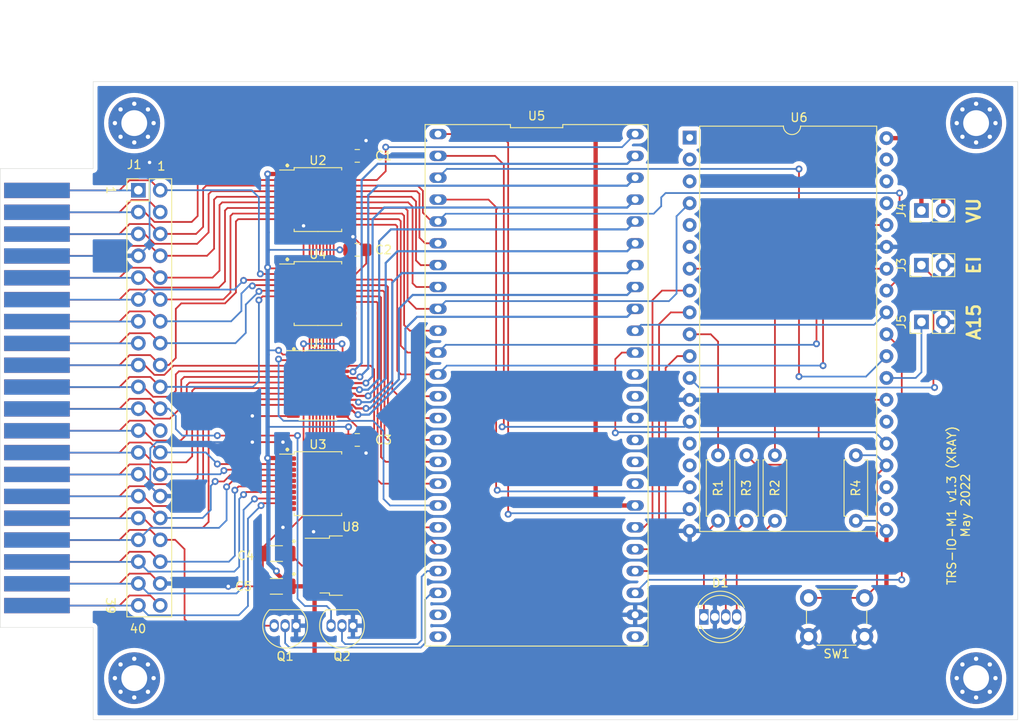
<source format=kicad_pcb>
(kicad_pcb (version 20211014) (generator pcbnew)
  (layers (0 "F.Cu" signal) (31 "B.Cu" signal) (34 "B.Paste" user) (35 "F.Paste" user) (36 "B.SilkS" user "B.Silkscreen") (37 "F.SilkS" user "F.Silkscreen") (38 "B.Mask" user) (39 "F.Mask" user) (44 "Edge.Cuts" user))
  (net 0 "")
  (net 1 "+5V")
  (net 2 "GND")
  (net 3 "+3V3")
  (net 4 "RAS_N")
  (net 5 "SYSRES_N")
  (net 6 "CAS_N")
  (net 7 "A10")
  (net 8 "A12")
  (net 9 "A13")
  (net 10 "A15")
  (net 11 "A11")
  (net 12 "A14")
  (net 13 "A8")
  (net 14 "OUT_N")
  (net 15 "WR_N")
  (net 16 "INTACK_N")
  (net 17 "RD_N")
  (net 18 "MUX")
  (net 19 "A9")
  (net 20 "D4")
  (net 21 "IN_N")
  (net 22 "D7")
  (net 23 "INT_N")
  (net 24 "D1")
  (net 25 "TEST_N")
  (net 26 "D6")
  (net 27 "A0")
  (net 28 "D3")
  (net 29 "A1")
  (net 30 "D5")
  (net 31 "D0")
  (net 32 "A4")
  (net 33 "D2")
  (net 34 "WAIT_N")
  (net 35 "A3")
  (net 36 "A5")
  (net 37 "A7")
  (net 38 "A6")
  (net 39 "5V")
  (net 40 "A2")
  (net 41 "WAIT")
  (net 42 "+1V8")
  (net 43 "EI")
  (net 44 "AA0_9")
  (net 45 "AA1_8")
  (net 46 "AA4_14")
  (net 47 "ESP_S0")
  (net 48 "ESP_S1")
  (net 49 "SCK")
  (net 50 "MOSI")
  (net 51 "AA3_11")
  (net 52 "AA5_15")
  (net 53 "AA7_13")
  (net 54 "AA6_12")
  (net 55 "AA2_10")
  (net 56 "READ_N")
  (net 57 "MISO")
  (net 58 "DD3")
  (net 59 "DD4")
  (net 60 "DD5")
  (net 61 "DD6")
  (net 62 "DD7")
  (net 63 "DD2")
  (net 64 "DD0")
  (net 65 "DD1")
  (net 66 "A1_MUX")
  (net 67 "A0_MUX")
  (net 76 "DBUS_SEL_N")
  (net 77 "BUTTON")
  (net 78 "LED_GREEN")
  (net 79 "LED_BLUE")
  (net 80 "LED_RED")
  (net 81 "Net-(D1-Pad4)")
  (net 82 "Net-(D1-Pad3)")
  (net 83 "Net-(D1-Pad1)")
  (net 85 "CS_SD_CARD")
  (net 87 "VU")
  (net 88 "FULL_ADDR")
  (net 89 "INT")
  (net 90 "DONE")
  (net 92 "CS_FPGA")
  (net 93 "ESP_S2")
  (net 96 "REQ")
  (net 101 "Z80_WR_N")
  (net 102 "Z80_RD_N")
  (net 103 "Z80_RAS_N")
  (net 104 "Z80_OUT_N")
  (net 105 "Z80_IN_N")
  (footprint "Connector_PinHeader_2.54mm:PinHeader_2x20_P2.54mm_Vertical" (layer "F.Cu") (at 118.839 68.7592)
    (fp_text reference "J1")
    (fp_text value "Conn_02x20_Odd_Even")
  )
  (footprint "TRS-IO-M1:TRSEDGE" (layer "F.Cu") (at 108.839 92.7862 90)
    (fp_text reference "J2" hide)
    (fp_text value "Conn_02x20_Odd_Even")
  )
  (footprint "MountingHole:MountingHole_3mm_Pad_Via" (layer "F.Cu") (at 118.364 60.96)
    (fp_text reference "H1" hide)
    (fp_text value "MountingHole")
  )
  (footprint "MountingHole:MountingHole_3mm_Pad_Via" (layer "F.Cu") (at 216.154 60.96)
    (fp_text reference "H2" hide)
    (fp_text value "MountingHole")
  )
  (footprint "MountingHole:MountingHole_3mm_Pad_Via" (layer "F.Cu") (at 118.364 125.476)
    (fp_text reference "H3" hide)
    (fp_text value "MountingHole")
  )
  (footprint "MountingHole:MountingHole_3mm_Pad_Via" (layer "F.Cu") (at 216.154 125.476)
    (fp_text reference "H4" hide)
    (fp_text value "MountingHole")
  )
  (footprint "Resistor_THT:R_Axial_DIN0207_L6.3mm_D2.5mm_P7.62mm_Horizontal" (layer "F.Cu") (at 186.182 99.568 -90)
    (fp_text reference "R1")
    (fp_text value "100")
  )
  (footprint "Resistor_THT:R_Axial_DIN0207_L6.3mm_D2.5mm_P7.62mm_Horizontal" (layer "F.Cu") (at 192.786 99.568 -90)
    (fp_text reference "R2")
    (fp_text value "100")
  )
  (footprint "Capacitor_SMD:C_0805_2012Metric_Pad1.18x1.45mm_HandSolder" (layer "F.Cu") (at 144.272 75.692)
    (fp_text reference "C2")
    (fp_text value "0.1uF")
  )
  (footprint "TRS-IO-M1:DIP-48_W22.9mm" (layer "F.Cu") (at 165.1 91.44 -90)
    (fp_text reference "U5")
    (fp_text value "Tango_Nano_9K")
  )
  (footprint "Package_SO:TSSOP-24_4.4x7.8mm_P0.65mm" (layer "F.Cu") (at 139.7 91.44)
    (fp_text reference "U1")
    (fp_text value "SN74LVCH8T245")
  )
  (footprint "Capacitor_SMD:C_0805_2012Metric_Pad1.18x1.45mm_HandSolder" (layer "F.Cu") (at 144.272 64.77)
    (fp_text reference "C1")
    (fp_text value "0.1uF")
  )
  (footprint "Package_TO_SOT_THT:TO-92_Inline" (layer "F.Cu") (at 143.764 119.38 180)
    (fp_text reference "Q2")
    (fp_text value "2N7000")
  )
  (footprint "Connector_PinHeader_2.54mm:PinHeader_1x02_P2.54mm_Vertical" (layer "F.Cu") (at 209.799 71.12 90)
    (fp_text reference "J4")
    (fp_text value "Conn_01x02_Male")
  )
  (footprint "Package_TO_SOT_SMD:TO-252-3_TabPin2" (layer "F.Cu") (at 143.51 112.395)
    (fp_text reference "U8")
    (fp_text value "LD1117DT18TR")
  )
  (footprint "TRS-IO-M1:DIP-38_W22.9mm" (layer "F.Cu") (at 182.88 62.645)
    (fp_text reference "U6")
    (fp_text value "HiLetgo-ESP-32S")
  )
  (footprint "Resistor_THT:R_Axial_DIN0207_L6.3mm_D2.5mm_P7.62mm_Horizontal" (layer "F.Cu") (at 202.184 107.188 90)
    (fp_text reference "R4")
    (fp_text value "4K7")
  )
  (footprint "Connector_PinHeader_2.54mm:PinHeader_1x02_P2.54mm_Vertical" (layer "F.Cu") (at 209.804 84.074 90)
    (fp_text reference "J5")
    (fp_text value "Conn_01x02_Male")
  )
  (footprint "Capacitor_SMD:C_0805_2012Metric_Pad1.18x1.45mm_HandSolder" (layer "F.Cu") (at 144.272 97.79)
    (fp_text reference "C3")
    (fp_text value "0.1uF")
  )
  (footprint "Connector_PinHeader_2.54mm:PinHeader_1x02_P2.54mm_Vertical" (layer "F.Cu") (at 209.799 77.47 90)
    (fp_text reference "J3")
    (fp_text value "Conn_01x02_Male")
  )
  (footprint "Capacitor_SMD:C_1206_3216Metric_Pad1.33x1.80mm_HandSolder" (layer "F.Cu") (at 134.874 110.998 180)
    (fp_text reference "C4")
    (fp_text value "10u")
  )
  (footprint "Resistor_THT:R_Axial_DIN0207_L6.3mm_D2.5mm_P7.62mm_Horizontal" (layer "F.Cu") (at 189.484 99.568 -90)
    (fp_text reference "R3")
    (fp_text value "100")
  )
  (footprint "Package_SO:SSOP-20_5.3x7.2mm_P0.65mm" (layer "F.Cu") (at 139.7 69.85)
    (fp_text reference "U2")
    (fp_text value "74LVC245")
  )
  (footprint "LED_THT:LED_D5.0mm-4_RGB" (layer "F.Cu") (at 184.536 118.364)
    (fp_text reference "D1")
    (fp_text value "LED_RCBG")
  )
  (footprint "Package_SO:SSOP-20_5.3x7.2mm_P0.65mm" (layer "F.Cu") (at 139.7 102.87)
    (fp_text reference "U3")
    (fp_text value "74LVC245")
  )
  (footprint "Package_TO_SOT_THT:TO-92_Inline" (layer "F.Cu") (at 137.16 119.38 180)
    (fp_text reference "Q1")
    (fp_text value "2N7000")
  )
  (footprint "Button_Switch_THT:SW_PUSH_6mm_H9.5mm" (layer "F.Cu") (at 203.2 120.65 180)
    (fp_text reference "SW1")
    (fp_text value "SW_Push")
  )
  (footprint "Package_SO:SSOP-20_5.3x7.2mm_P0.65mm" (layer "F.Cu") (at 139.7 80.772)
    (fp_text reference "U4")
    (fp_text value "74LVC245")
  )
  (footprint "Capacitor_SMD:C_1206_3216Metric_Pad1.33x1.80mm_HandSolder" (layer "F.Cu") (at 134.874 114.808 180)
    (fp_text reference "C5")
    (fp_text value "100u")
  )
  (gr_line (start 113.5888 130.302) (end 220.98 130.302) (layer "Edge.Cuts") (width 0.05))
  (gr_line (start 102.7938 119.5832) (end 102.7938 66.2432) (layer "Edge.Cuts") (width 0.05))
  (gr_line (start 113.5889 66.2432) (end 113.5889 56.134) (layer "Edge.Cuts") (width 0.05))
  (gr_line (start 220.98 56.134) (end 220.98 130.302) (layer "Edge.Cuts") (width 0.05))
  (gr_line (start 113.589 56.134) (end 220.98 56.134) (layer "Edge.Cuts") (width 0.05))
  (gr_line (start 113.5888 119.5832) (end 113.5888 130.302) (layer "Edge.Cuts") (width 0.05))
  (gr_line (start 102.7938 119.5832) (end 113.5888 119.5832) (layer "Edge.Cuts") (width 0.05))
  (gr_line (start 102.7938 66.2432) (end 113.5888 66.2432) (layer "Edge.Cuts") (width 0.05))
  (gr_text "1" (at 115.6462 68.7578 -90) (layer "F.SilkS") (effects (font (size 1 1))))
  (gr_text "40" (at 118.7958 119.7356) (layer "F.SilkS") (effects (font (size 1 1))))
  (gr_text "." (at 136.144 98.298) (layer "F.SilkS") (effects (font (size 1.5 1.5) (thickness 0.3))))
  (gr_text "." (at 136.906 112.776) (layer "F.SilkS") (effects (font (size 1.5 1.5) (thickness 0.3))))
  (gr_text "." (at 136.144 65.278) (layer "F.SilkS") (effects (font (size 1.5 1.5) (thickness 0.3))))
  (gr_text "39" (at 115.5954 117.0432 -90) (layer "F.SilkS") (effects (font (size 1 1))))
  (gr_text "." (at 136.906 86.614) (layer "F.SilkS") (effects (font (size 1.5 1.5) (thickness 0.3))))
  (gr_text "EI" (at 215.892771 77.47 90) (layer "F.SilkS") (effects (font (size 1.5 1.5) (thickness 0.3))))
  (gr_text "A15" (at 215.9 84.074 90) (layer "F.SilkS") (effects (font (size 1.5 1.5) (thickness 0.3))))
  (gr_text "." (at 136.906 108.966) (layer "F.SilkS") (effects (font (size 1.5 1.5) (thickness 0.3))))
  (gr_text "TRS-IO-M1 v1.3 (XRAY)\nMay 2022" (at 214.122 105.41 90) (layer "F.SilkS") (effects (font (size 1 1))))
  (gr_text "1" (at 121.5136 65.9638) (layer "F.SilkS") (effects (font (size 1 1))))
  (gr_text "." (at 136.144 76.2) (layer "F.SilkS") (effects (font (size 1.5 1.5) (thickness 0.3))))
  (gr_text "VU" (at 215.878815 71.12 90) (layer "F.SilkS") (effects (font (size 1.5 1.5) (thickness 0.3))))
  (segment (start 209.799 63.759) (end 209.799 71.12) (width 0.50038) (layer "F.Cu") (net 1))
  (segment (start 208.7585 62.7085) (end 209.804 63.754) (width 0.50038) (layer "F.Cu") (net 1))
  (segment (start 209.804 63.754) (end 209.799 63.759) (width 0.50038) (layer "F.Cu") (net 1))
  (segment (start 205.74 62.7085) (end 208.7585 62.7085) (width 0.50038) (layer "F.Cu") (net 1))
  (segment (start 107.061 104.3432) (end 116.6368 104.3432) (width 0.2) (layer "F.Cu") (net 2))
  (segment (start 133.3115 110.2745) (end 133.3115 110.998) (width 0.2) (layer "F.Cu") (net 2))
  (segment (start 135.636 107.95) (end 133.3115 110.2745) (width 0.2) (layer "F.Cu") (net 2))
  (segment (start 117.810311 113.329689) (end 120.229489 113.329689) (width 0.2) (layer "F.Cu") (net 2))
  (segment (start 136.8375 94.365) (end 136.8375 95.015) (width 0.2) (layer "F.Cu") (net 2))
  (segment (start 136.8375 95.015) (end 132.099 95.015) (width 0.2) (layer "F.Cu") (net 2))
  (segment (start 116.6368 114.5032) (end 117.810311 113.329689) (width 0.2) (layer "F.Cu") (net 2))
  (segment (start 117.810311 103.169689) (end 120.229489 103.169689) (width 0.2) (layer "F.Cu") (net 2))
  (segment (start 145.3095 77.287861) (end 144.100361 78.497) (width 0.2) (layer "F.Cu") (net 2))
  (segment (start 144.100361 78.497) (end 143.2 78.497) (width 0.2) (layer "F.Cu") (net 2))
  (segment (start 136.2 105.795) (end 136.2 107.386) (width 0.2) (layer "F.Cu") (net 2))
  (segment (start 139.31 108.576) (end 139.192 108.458) (width 0.2) (layer "F.Cu") (net 2))
  (segment (start 145.3095 63.0135) (end 145.288 62.992) (width 0.2) (layer "F.Cu") (net 2))
  (segment (start 142.994259 95.015) (end 145.3095 97.330241) (width 0.2) (layer "F.Cu") (net 2))
  (segment (start 145.3095 64.77) (end 145.3095 63.0135) (width 0.2) (layer "F.Cu") (net 2))
  (segment (start 145.3095 99.2925) (end 145.288 99.314) (width 0.2) (layer "F.Cu") (net 2))
  (segment (start 136.2 72.775) (end 137.906346 72.775) (width 0.2) (layer "F.Cu") (net 2))
  (segment (start 138.029346 82.768015) (end 138.029346 72.898) (width 0.2) (layer "F.Cu") (net 2))
  (segment (start 133.3115 114.808) (end 133.3115 110.998) (width 0.2) (layer "F.Cu") (net 2))
  (segment (start 133.3115 114.808) (end 129.286 114.808) (width 0.2) (layer "F.Cu") (net 2))
  (segment (start 145.3095 75.692) (end 145.288 75.692) (width 0.2) (layer "F.Cu") (net 2))
  (segment (start 145.288 62.992) (end 122.682 62.992) (width 0.2) (layer "F.Cu") (net 2))
  (segment (start 137.100361 83.697) (end 138.029346 82.768015) (width 0.2) (layer "F.Cu") (net 2))
  (segment (start 136.2 83.697) (end 137.100361 83.697) (width 0.2) (layer "F.Cu") (net 2))
  (segment (start 142.5625 95.015) (end 142.994259 95.015) (width 0.2) (layer "F.Cu") (net 2))
  (segment (start 139.31 110.115) (end 139.31 108.576) (width 0.2) (layer "F.Cu") (net 2))
  (segment (start 145.3095 97.330241) (end 145.3095 97.79) (width 0.2) (layer "F.Cu") (net 2))
  (segment (start 120.229489 103.169689) (end 121.379 104.3192) (width 0.2) (layer "F.Cu") (net 2))
  (segment (start 122.682 62.992) (end 120.142 65.532) (width 0.2) (layer "F.Cu") (net 2))
  (segment (start 120.229489 113.329689) (end 121.379 114.4792) (width 0.2) (layer "F.Cu") (net 2))
  (segment (start 145.3095 75.692) (end 145.3095 77.287861) (width 0.2) (layer "F.Cu") (net 2))
  (segment (start 116.6368 104.3432) (end 117.810311 103.169689) (width 0.2) (layer "F.Cu") (net 2))
  (segment (start 145.288 75.692) (end 143.764 74.168) (width 0.2) (layer "F.Cu") (net 2))
  (segment (start 145.3095 97.79) (end 145.3095 99.2925) (width 0.2) (layer "F.Cu") (net 2))
  (segment (start 137.906346 72.775) (end 138.029346 72.898) (width 0.2) (layer "F.Cu") (net 2))
  (segment (start 132.099 95.015) (end 132.08 94.996) (width 0.2) (layer "F.Cu") (net 2))
  (segment (start 136.2 107.386) (end 135.636 107.95) (width 0.2) (layer "F.Cu") (net 2))
  (segment (start 132.08 98.044) (end 135.636 98.044) (width 0.2) (layer "F.Cu") (net 2))
  (segment (start 107.061 114.5032) (end 116.6368 114.5032) (width 0.2) (layer "F.Cu") (net 2))
  (via (at 129.286 114.808) (size 0.8) (drill 0.4) (layers "F.Cu" "B.Cu") (net 2))
  (via (at 135.636 98.044) (size 0.8) (drill 0.4) (layers "F.Cu" "B.Cu") (net 2))
  (via (at 143.764 74.168) (size 0.8) (drill 0.4) (layers "F.Cu" "B.Cu") (net 2))
  (via (at 145.288 99.314) (size 0.8) (drill 0.4) (layers "F.Cu" "B.Cu") (net 2))
  (via (at 132.08 94.996) (size 0.8) (drill 0.4) (layers "F.Cu" "B.Cu") (net 2))
  (via (at 138.029346 72.898) (size 0.8) (drill 0.4) (layers "F.Cu" "B.Cu") (net 2))
  (via (at 135.636 107.95) (size 0.8) (drill 0.4) (layers "F.Cu" "B.Cu") (net 2))
  (via (at 132.08 98.044) (size 0.8) (drill 0.4) (layers "F.Cu" "B.Cu") (net 2))
  (via (at 120.142 65.532) (size 0.8) (drill 0.4) (layers "F.Cu" "B.Cu") (net 2))
  (via (at 139.192 108.458) (size 0.8) (drill 0.4) (layers "F.Cu" "B.Cu") (net 2))
  (via (at 145.288 62.992) (size 0.8) (drill 0.4) (layers "F.Cu" "B.Cu") (net 2))
  (segment (start 120.948545 98.044) (end 132.08 98.044) (width 0.2) (layer "B.Cu") (net 2))
  (segment (start 120.229489 103.169689) (end 120.229489 98.763056) (width 0.2) (layer "B.Cu") (net 2))
  (segment (start 120.142 75.0762) (end 118.839 76.3792) (width 0.2) (layer "B.Cu") (net 2))
  (segment (start 121.379 104.3192) (end 120.229489 103.169689) (width 0.2) (layer "B.Cu") (net 2))
  (segment (start 138.029346 73.767346) (end 138.029346 72.898) (width 0.2) (layer "B.Cu") (net 2))
  (segment (start 107.061 76.4032) (end 118.815 76.4032) (width 0.2) (layer "B.Cu") (net 2))
  (segment (start 132.08 94.996) (end 132.08 98.044) (width 0.2) (layer "B.Cu") (net 2))
  (segment (start 120.229489 98.763056) (end 120.948545 98.044) (width 0.2) (layer "B.Cu") (net 2))
  (segment (start 138.43 74.168) (end 138.029346 73.767346) (width 0.2) (layer "B.Cu") (net 2))
  (segment (start 143.764 74.168) (end 138.43 74.168) (width 0.2) (layer "B.Cu") (net 2))
  (segment (start 118.815 76.4032) (end 118.839 76.3792) (width 0.2) (layer "B.Cu") (net 2))
  (segment (start 120.142 65.532) (end 120.142 75.0762) (width 0.2) (layer "B.Cu") (net 2))
  (segment (start 143.2345 97.79) (end 143.2345 99.9105) (width 0.2) (layer "F.Cu") (net 3))
  (segment (start 205.74 122.428) (end 204.724 123.444) (width 0.50038) (layer "F.Cu") (net 3))
  (segment (start 204.724 123.444) (end 139.954 123.444) (width 0.50038) (layer "F.Cu") (net 3))
  (segment (start 136.4365 114.808) (end 139.177 114.808) (width 0.50038) (layer "F.Cu") (net 3))
  (segment (start 143.2345 66.8905) (end 143.2 66.925) (width 0.2) (layer "F.Cu") (net 3))
  (segment (start 205.74 108.365) (end 205.74 122.428) (width 0.50038) (layer "F.Cu") (net 3))
  (segment (start 136.2 77.847) (end 133.981 77.847) (width 0.2) (layer "F.Cu") (net 3))
  (segment (start 143.2345 96.2875) (end 143.256 96.266) (width 0.2) (layer "F.Cu") (net 3))
  (segment (start 143.2345 75.692) (end 142.24 75.692) (width 0.2) (layer "F.Cu") (net 3))
  (segment (start 135.617 87.865) (end 135.128 87.376) (width 0.2) (layer "F.Cu") (net 3))
  (segment (start 136.2 66.925) (end 143.2 66.925) (width 0.2) (layer "F.Cu") (net 3))
  (segment (start 133.858 66.8755) (end 133.85821 66.87529) (width 0.50038) (layer "F.Cu") (net 3))
  (segment (start 139.177 114.808) (end 139.31 114.675) (width 0.50038) (layer "F.Cu") (net 3))
  (segment (start 143.2345 97.79) (end 143.2345 96.2875) (width 0.2) (layer "F.Cu") (net 3))
  (segment (start 139.954 123.444) (end 139.31 122.8) (width 0.50038) (layer "F.Cu") (net 3))
  (segment (start 143.2345 64.77) (end 143.2345 66.8905) (width 0.2) (layer "F.Cu") (net 3))
  (segment (start 133.858 99.8955) (end 133.85821 99.89529) (width 0.50038) (layer "F.Cu") (net 3))
  (segment (start 133.981 77.847) (end 133.858 77.724) (width 0.2) (layer "F.Cu") (net 3))
  (segment (start 136.8375 87.865) (end 135.617 87.865) (width 0.2) (layer "F.Cu") (net 3))
  (segment (start 134.874 113.03) (end 134.874 113.2455) (width 0.50038) (layer "F.Cu") (net 3))
  (segment (start 139.31 122.8) (end 139.31 114.675) (width 0.50038) (layer "F.Cu") (net 3))
  (segment (start 133.85821 99.89529) (end 135.613052 99.89529) (width 0.50038) (layer "F.Cu") (net 3))
  (segment (start 143.2345 99.9105) (end 143.2 99.945) (width 0.2) (layer "F.Cu") (net 3))
  (segment (start 143.2345 75.692) (end 143.2345 77.8125) (width 0.2) (layer "F.Cu") (net 3))
  (segment (start 134.874 113.2455) (end 136.4365 114.808) (width 0.50038) (layer "F.Cu") (net 3))
  (segment (start 133.85821 66.87529) (end 135.613052 66.87529) (width 0.50038) (layer "F.Cu") (net 3))
  (segment (start 143.2345 77.8125) (end 143.2 77.847) (width 0.2) (layer "F.Cu") (net 3))
  (via (at 143.256 96.266) (size 0.8) (drill 0.4) (layers "F.Cu" "B.Cu") (net 3))
  (via (at 133.858 77.724) (size 0.8) (drill 0.4) (layers "F.Cu" "B.Cu") (net 3))
  (via (at 133.858 66.8755) (size 0.8) (drill 0.4) (layers "F.Cu" "B.Cu") (net 3))
  (via (at 135.128 87.376) (size 0.8) (drill 0.4) (layers "F.Cu" "B.Cu") (net 3))
  (via (at 142.24 75.692) (size 0.8) (drill 0.4) (layers "F.Cu" "B.Cu") (net 3))
  (via (at 133.858 99.8955) (size 0.8) (drill 0.4) (layers "F.Cu" "B.Cu") (net 3))
  (via (at 134.874 113.03) (size 0.8) (drill 0.4) (layers "F.Cu" "B.Cu") (net 3))
  (segment (start 143.256 96.266) (end 133.858 96.266) (width 0.2) (layer "B.Cu") (net 3))
  (segment (start 133.858 87.376) (end 133.858 77.724) (width 0.50038) (layer "B.Cu") (net 3))
  (segment (start 133.858 73.66) (end 133.858 66.8755) (width 0.50038) (layer "B.Cu") (net 3))
  (segment (start 134.112 75.692) (end 133.858 75.946) (width 0.2) (layer "B.Cu") (net 3))
  (segment (start 133.858 77.724) (end 133.858 77.216) (width 0.50038) (layer "B.Cu") (net 3))
  (segment (start 133.858 77.216) (end 133.858 75.946) (width 0.50038) (layer "B.Cu") (net 3))
  (segment (start 133.858 75.946) (end 133.858 73.66) (width 0.50038) (layer "B.Cu") (net 3))
  (segment (start 202.184 107.188) (end 204.563 107.188) (width 0.2) (layer "B.Cu") (net 3))
  (segment (start 133.945701 99.983201) (end 133.945701 112.101701) (width 0.50038) (layer "B.Cu") (net 3))
  (segment (start 133.858 96.266) (end 133.858 99.8955) (width 0.50038) (layer "B.Cu") (net 3))
  (segment (start 133.858 87.884) (end 133.858 96.266) (width 0.50038) (layer "B.Cu") (net 3))
  (segment (start 142.24 75.692) (end 134.112 75.692) (width 0.2) (layer "B.Cu") (net 3))
  (segment (start 133.858 99.8955) (end 133.945701 99.983201) (width 0.50038) (layer "B.Cu") (net 3))
  (segment (start 135.128 87.376) (end 133.858 87.376) (width 0.2) (layer "B.Cu") (net 3))
  (segment (start 133.858 87.884) (end 133.858 87.376) (width 0.50038) (layer "B.Cu") (net 3))
  (segment (start 133.945701 112.101701) (end 134.874 113.03) (width 0.50038) (layer "B.Cu") (net 3))
  (segment (start 204.563 107.188) (end 205.74 108.365) (width 0.2) (layer "B.Cu") (net 3))
  (segment (start 107.061 68.7832) (end 116.6368 68.7832) (width 0.2) (layer "F.Cu") (net 4))
  (segment (start 133.01931 78.497) (end 133.00831 78.486) (width 0.2) (layer "F.Cu") (net 4))
  (segment (start 120.229489 67.609689) (end 121.379 68.7592) (width 0.2) (layer "F.Cu") (net 4))
  (segment (start 117.810311 67.609689) (end 120.229489 67.609689) (width 0.2) (layer "F.Cu") (net 4))
  (segment (start 116.6368 68.7832) (end 117.810311 67.609689) (width 0.2) (layer "F.Cu") (net 4))
  (segment (start 136.2 78.497) (end 133.01931 78.497) (width 0.2) (layer "F.Cu") (net 4))
  (via (at 133.00831 78.486) (size 0.8) (drill 0.4) (layers "F.Cu" "B.Cu") (net 4))
  (segment (start 132.842 69.596) (end 132.0052 68.7592) (width 0.2) (layer "B.Cu") (net 4))
  (segment (start 132.842 78.31969) (end 132.842 69.596) (width 0.2) (layer "B.Cu") (net 4))
  (segment (start 133.00831 78.486) (end 132.842 78.31969) (width 0.2) (layer "B.Cu") (net 4))
  (segment (start 132.0052 68.7592) (end 121.379 68.7592) (width 0.2) (layer "B.Cu") (net 4))
  (segment (start 118.815 68.7832) (end 118.839 68.7592) (width 0.2) (layer "B.Cu") (net 5))
  (segment (start 107.061 68.7832) (end 118.815 68.7832) (width 0.2) (layer "B.Cu") (net 5))
  (segment (start 116.6368 71.3232) (end 118.051289 69.908711) (width 0.2) (layer "F.Cu") (net 6))
  (segment (start 107.061 71.3232) (end 116.6368 71.3232) (width 0.2) (layer "F.Cu") (net 6))
  (segment (start 119.988511 69.908711) (end 121.379 71.2992) (width 0.2) (layer "F.Cu") (net 6))
  (segment (start 118.051289 69.908711) (end 119.988511 69.908711) (width 0.2) (layer "F.Cu") (net 6))
  (segment (start 125.73 71.755) (end 125.036289 72.448711) (width 0.2) (layer "F.Cu") (net 7))
  (segment (start 126.1 67.575) (end 125.73 67.945) (width 0.2) (layer "F.Cu") (net 7))
  (segment (start 136.2 67.575) (end 126.1 67.575) (width 0.2) (layer "F.Cu") (net 7))
  (segment (start 125.036289 72.448711) (end 120.708711 72.448711) (width 0.2) (layer "F.Cu") (net 7))
  (segment (start 119.5592 71.2992) (end 118.839 71.2992) (width 0.2) (layer "F.Cu") (net 7))
  (segment (start 120.708711 72.448711) (end 119.5592 71.2992) (width 0.2) (layer "F.Cu") (net 7))
  (segment (start 125.73 67.945) (end 125.73 71.755) (width 0.2) (layer "F.Cu") (net 7))
  (segment (start 118.815 71.3232) (end 118.839 71.2992) (width 0.2) (layer "B.Cu") (net 7))
  (segment (start 107.061 71.3232) (end 118.815 71.3232) (width 0.2) (layer "B.Cu") (net 7))
  (segment (start 117.810311 72.689689) (end 120.229489 72.689689) (width 0.2) (layer "F.Cu") (net 8))
  (segment (start 126.365 68.58) (end 126.365 73.025) (width 0.2) (layer "F.Cu") (net 8))
  (segment (start 136.2 68.225) (end 126.72 68.225) (width 0.2) (layer "F.Cu") (net 8))
  (segment (start 126.365 73.025) (end 125.5508 73.8392) (width 0.2) (layer "F.Cu") (net 8))
  (segment (start 126.72 68.225) (end 126.365 68.58) (width 0.2) (layer "F.Cu") (net 8))
  (segment (start 107.061 73.8632) (end 116.6368 73.8632) (width 0.2) (layer "F.Cu") (net 8))
  (segment (start 120.229489 72.689689) (end 121.379 73.8392) (width 0.2) (layer "F.Cu") (net 8))
  (segment (start 125.5508 73.8392) (end 121.379 73.8392) (width 0.2) (layer "F.Cu") (net 8))
  (segment (start 116.6368 73.8632) (end 117.810311 72.689689) (width 0.2) (layer "F.Cu") (net 8))
  (segment (start 120.708711 74.988711) (end 119.5592 73.8392) (width 0.2) (layer "F.Cu") (net 9))
  (segment (start 127.34 68.875) (end 127 69.215) (width 0.2) (layer "F.Cu") (net 9))
  (segment (start 127 73.66) (end 125.671289 74.988711) (width 0.2) (layer "F.Cu") (net 9))
  (segment (start 125.671289 74.988711) (end 120.708711 74.988711) (width 0.2) (layer "F.Cu") (net 9))
  (segment (start 119.5592 73.8392) (end 118.839 73.8392) (width 0.2) (layer "F.Cu") (net 9))
  (segment (start 136.2 68.875) (end 127.34 68.875) (width 0.2) (layer "F.Cu") (net 9))
  (segment (start 127 69.215) (end 127 73.66) (width 0.2) (layer "F.Cu") (net 9))
  (segment (start 107.061 73.8632) (end 118.815 73.8632) (width 0.2) (layer "B.Cu") (net 9))
  (segment (start 118.815 73.8632) (end 118.839 73.8392) (width 0.2) (layer "B.Cu") (net 9))
  (segment (start 117.810311 75.229689) (end 120.229489 75.229689) (width 0.2) (layer "F.Cu") (net 10))
  (segment (start 127.635 75.565) (end 126.8208 76.3792) (width 0.2) (layer "F.Cu") (net 10))
  (segment (start 127.635 69.85) (end 127.635 75.565) (width 0.2) (layer "F.Cu") (net 10))
  (segment (start 126.8208 76.3792) (end 121.379 76.3792) (width 0.2) (layer "F.Cu") (net 10))
  (segment (start 116.6368 76.4032) (end 117.810311 75.229689) (width 0.2) (layer "F.Cu") (net 10))
  (segment (start 107.061 76.4032) (end 116.6368 76.4032) (width 0.2) (layer "F.Cu") (net 10))
  (segment (start 127.96 69.525) (end 127.635 69.85) (width 0.2) (layer "F.Cu") (net 10))
  (segment (start 120.229489 75.229689) (end 121.379 76.3792) (width 0.2) (layer "F.Cu") (net 10))
  (segment (start 136.2 69.525) (end 127.96 69.525) (width 0.2) (layer "F.Cu") (net 10))
  (segment (start 128.58 70.175) (end 128.27 70.485) (width 0.2) (layer "F.Cu") (net 11))
  (segment (start 116.6368 78.9432) (end 117.810311 77.769689) (width 0.2) (layer "F.Cu") (net 11))
  (segment (start 120.229489 77.769689) (end 121.379 78.9192) (width 0.2) (layer "F.Cu") (net 11))
  (segment (start 117.810311 77.769689) (end 120.229489 77.769689) (width 0.2) (layer "F.Cu") (net 11))
  (segment (start 128.27 70.485) (end 128.27 78.105) (width 0.2) (layer "F.Cu") (net 11))
  (segment (start 136.2 70.175) (end 128.58 70.175) (width 0.2) (layer "F.Cu") (net 11))
  (segment (start 127.4558 78.9192) (end 121.379 78.9192) (width 0.2) (layer "F.Cu") (net 11))
  (segment (start 128.27 78.105) (end 127.4558 78.9192) (width 0.2) (layer "F.Cu") (net 11))
  (segment (start 107.061 78.9432) (end 116.6368 78.9432) (width 0.2) (layer "F.Cu") (net 11))
  (segment (start 128.905 79.375) (end 128.211289 80.068711) (width 0.2) (layer "F.Cu") (net 12))
  (segment (start 120.708711 80.068711) (end 119.5592 78.9192) (width 0.2) (layer "F.Cu") (net 12))
  (segment (start 128.211289 80.068711) (end 120.708711 80.068711) (width 0.2) (layer "F.Cu") (net 12))
  (segment (start 128.905 71.12) (end 128.905 79.375) (width 0.2) (layer "F.Cu") (net 12))
  (segment (start 119.5592 78.9192) (end 118.839 78.9192) (width 0.2) (layer "F.Cu") (net 12))
  (segment (start 136.2 70.825) (end 129.2 70.825) (width 0.2) (layer "F.Cu") (net 12))
  (segment (start 129.2 70.825) (end 128.905 71.12) (width 0.2) (layer "F.Cu") (net 12))
  (segment (start 107.061 78.9432) (end 118.815 78.9432) (width 0.2) (layer "B.Cu") (net 12))
  (segment (start 118.815 78.9432) (end 118.839 78.9192) (width 0.2) (layer "B.Cu") (net 12))
  (segment (start 129.54 80.645) (end 128.7258 81.4592) (width 0.2) (layer "F.Cu") (net 13))
  (segment (start 120.229489 80.309689) (end 121.379 81.4592) (width 0.2) (layer "F.Cu") (net 13))
  (segment (start 129.54 71.755) (end 129.54 80.645) (width 0.2) (layer "F.Cu") (net 13))
  (segment (start 116.6368 81.4832) (end 117.810311 80.309689) (width 0.2) (layer "F.Cu") (net 13))
  (segment (start 129.82 71.475) (end 129.54 71.755) (width 0.2) (layer "F.Cu") (net 13))
  (segment (start 128.7258 81.4592) (end 121.379 81.4592) (width 0.2) (layer "F.Cu") (net 13))
  (segment (start 136.2 71.475) (end 129.82 71.475) (width 0.2) (layer "F.Cu") (net 13))
  (segment (start 107.061 81.4832) (end 116.6368 81.4832) (width 0.2) (layer "F.Cu") (net 13))
  (segment (start 117.810311 80.309689) (end 120.229489 80.309689) (width 0.2) (layer "F.Cu") (net 13))
  (segment (start 136.2 79.147) (end 136.161489 79.185511) (width 0.2) (layer "F.Cu") (net 14))
  (segment (start 136.161489 79.185511) (end 131.126489 79.185511) (width 0.2) (layer "F.Cu") (net 14))
  (segment (start 131.126489 79.185511) (end 131.064 79.248) (width 0.2) (layer "F.Cu") (net 14))
  (via (at 131.064 79.248) (size 0.8) (drill 0.4) (layers "F.Cu" "B.Cu") (net 14))
  (segment (start 131.064 79.248) (end 130.002311 80.309689) (width 0.2) (layer "B.Cu") (net 14))
  (segment (start 118.815 81.4832) (end 118.839 81.4592) (width 0.2) (layer "B.Cu") (net 14))
  (segment (start 119.988511 80.309689) (end 118.839 81.4592) (width 0.2) (layer "B.Cu") (net 14))
  (segment (start 107.061 81.4832) (end 118.815 81.4832) (width 0.2) (layer "B.Cu") (net 14))
  (segment (start 130.002311 80.309689) (end 119.988511 80.309689) (width 0.2) (layer "B.Cu") (net 14))
  (segment (start 107.061 84.0232) (end 116.6368 84.0232) (width 0.2) (layer "F.Cu") (net 15))
  (segment (start 116.6368 84.0232) (end 117.810311 82.849689) (width 0.2) (layer "F.Cu") (net 15))
  (segment (start 117.810311 82.849689) (end 120.229489 82.849689) (width 0.2) (layer "F.Cu") (net 15))
  (segment (start 120.229489 82.849689) (end 121.379 83.9992) (width 0.2) (layer "F.Cu") (net 15))
  (segment (start 136.2 79.797) (end 132.168011 79.797) (width 0.2) (layer "F.Cu") (net 15))
  (segment (start 132.168011 79.797) (end 132.08 79.885011) (width 0.2) (layer "F.Cu") (net 15))
  (via (at 132.08 79.885011) (size 0.8) (drill 0.4) (layers "F.Cu" "B.Cu") (net 15))
  (segment (start 132.08 79.885011) (end 131.696989 79.885011) (width 0.2) (layer "B.Cu") (net 15))
  (segment (start 129.6148 83.9992) (end 121.379 83.9992) (width 0.2) (layer "B.Cu") (net 15))
  (segment (start 131.696989 79.885011) (end 130.81 80.772) (width 0.2) (layer "B.Cu") (net 15))
  (segment (start 130.81 80.772) (end 130.81 82.804) (width 0.2) (layer "B.Cu") (net 15))
  (segment (start 130.81 82.804) (end 129.6148 83.9992) (width 0.2) (layer "B.Cu") (net 15))
  (segment (start 107.061 84.0232) (end 118.815 84.0232) (width 0.2) (layer "B.Cu") (net 16))
  (segment (start 118.815 84.0232) (end 118.839 83.9992) (width 0.2) (layer "B.Cu") (net 16))
  (segment (start 136.2 80.447) (end 132.925515 80.447) (width 0.2) (layer "F.Cu") (net 17))
  (segment (start 132.925515 80.447) (end 132.848836 80.523679) (width 0.2) (layer "F.Cu") (net 17))
  (segment (start 107.061 86.5632) (end 116.6368 86.5632) (width 0.2) (layer "F.Cu") (net 17))
  (segment (start 116.6368 86.5632) (end 117.810311 85.389689) (width 0.2) (layer "F.Cu") (net 17))
  (segment (start 117.810311 85.389689) (end 120.229489 85.389689) (width 0.2) (layer "F.Cu") (net 17))
  (segment (start 120.229489 85.389689) (end 121.379 86.5392) (width 0.2) (layer "F.Cu") (net 17))
  (via (at 132.848836 80.523679) (size 0.8) (drill 0.4) (layers "F.Cu" "B.Cu") (net 17))
  (segment (start 132.848836 80.523679) (end 131.330515 82.042) (width 0.2) (layer "B.Cu") (net 17))
  (segment (start 131.330515 82.042) (end 131.318 82.042) (width 0.2) (layer "B.Cu") (net 17))
  (segment (start 131.318 85.344) (end 130.1228 86.5392) (width 0.2) (layer "B.Cu") (net 17))
  (segment (start 131.318 82.042) (end 131.318 85.344) (width 0.2) (layer "B.Cu") (net 17))
  (segment (start 130.1228 86.5392) (end 121.379 86.5392) (width 0.2) (layer "B.Cu") (net 17))
  (segment (start 107.061 86.5632) (end 118.815 86.5632) (width 0.2) (layer "B.Cu") (net 18))
  (segment (start 118.815 86.5632) (end 118.839 86.5392) (width 0.2) (layer "B.Cu") (net 18))
  (segment (start 123.19 88.265) (end 122.3758 89.0792) (width 0.2) (layer "F.Cu") (net 19))
  (segment (start 136.2 72.125) (end 130.44 72.125) (width 0.2) (layer "F.Cu") (net 19))
  (segment (start 116.6368 89.1032) (end 117.810311 87.929689) (width 0.2) (layer "F.Cu") (net 19))
  (segment (start 107.061 89.1032) (end 116.6368 89.1032) (width 0.2) (layer "F.Cu") (net 19))
  (segment (start 117.810311 87.929689) (end 120.229489 87.929689) (width 0.2) (layer "F.Cu") (net 19))
  (segment (start 123.19 82.55) (end 123.19 88.265) (width 0.2) (layer "F.Cu") (net 19))
  (segment (start 130.44 72.125) (end 130.175 72.39) (width 0.2) (layer "F.Cu") (net 19))
  (segment (start 128.905 81.915) (end 123.825 81.915) (width 0.2) (layer "F.Cu") (net 19))
  (segment (start 123.825 81.915) (end 123.19 82.55) (width 0.2) (layer "F.Cu") (net 19))
  (segment (start 122.3758 89.0792) (end 121.379 89.0792) (width 0.2) (layer "F.Cu") (net 19))
  (segment (start 130.175 80.645) (end 128.905 81.915) (width 0.2) (layer "F.Cu") (net 19))
  (segment (start 130.175 72.39) (end 130.175 80.645) (width 0.2) (layer "F.Cu") (net 19))
  (segment (start 120.229489 87.929689) (end 121.379 89.0792) (width 0.2) (layer "F.Cu") (net 19))
  (segment (start 136.8375 89.165) (end 122.918855 89.165) (width 0.2) (layer "F.Cu") (net 20))
  (segment (start 122.918855 89.165) (end 121.855144 90.228711) (width 0.2) (layer "F.Cu") (net 20))
  (segment (start 119.5592 89.0792) (end 118.839 89.0792) (width 0.2) (layer "F.Cu") (net 20))
  (segment (start 121.855144 90.228711) (end 120.708711 90.228711) (width 0.2) (layer "F.Cu") (net 20))
  (segment (start 120.708711 90.228711) (end 119.5592 89.0792) (width 0.2) (layer "F.Cu") (net 20))
  (segment (start 107.061 89.1032) (end 118.815 89.1032) (width 0.2) (layer "B.Cu") (net 20))
  (segment (start 118.815 89.1032) (end 118.839 89.0792) (width 0.2) (layer "B.Cu") (net 20))
  (segment (start 116.6368 91.6432) (end 117.810311 90.469689) (width 0.2) (layer "F.Cu") (net 21))
  (segment (start 107.061 91.6432) (end 116.6368 91.6432) (width 0.2) (layer "F.Cu") (net 21))
  (segment (start 120.229489 90.469689) (end 121.379 91.6192) (width 0.2) (layer "F.Cu") (net 21))
  (segment (start 136.2 81.097) (end 133.279 81.097) (width 0.2) (layer "F.Cu") (net 21))
  (segment (start 117.810311 90.469689) (end 120.229489 90.469689) (width 0.2) (layer "F.Cu") (net 21))
  (segment (start 133.279 81.097) (end 132.842 81.534) (width 0.2) (layer "F.Cu") (net 21))
  (via (at 132.842 81.534) (size 0.8) (drill 0.4) (layers "F.Cu" "B.Cu") (net 21))
  (segment (start 132.1548 91.6192) (end 121.379 91.6192) (width 0.2) (layer "B.Cu") (net 21))
  (segment (start 132.842 90.932) (end 132.1548 91.6192) (width 0.2) (layer "B.Cu") (net 21))
  (segment (start 132.842 81.534) (end 132.842 90.932) (width 0.2) (layer "B.Cu") (net 21))
  (segment (start 123.545 89.815) (end 123.19 90.17) (width 0.2) (layer "F.Cu") (net 22))
  (segment (start 119.404006 91.6192) (end 118.839 91.6192) (width 0.2) (layer "F.Cu") (net 22))
  (segment (start 123.19 92.075) (end 122.496289 92.768711) (width 0.2) (layer "F.Cu") (net 22))
  (segment (start 123.19 90.17) (end 123.19 92.075) (width 0.2) (layer "F.Cu") (net 22))
  (segment (start 122.496289 92.768711) (end 120.553517 92.768711) (width 0.2) (layer "F.Cu") (net 22))
  (segment (start 136.8375 89.815) (end 123.545 89.815) (width 0.2) (layer "F.Cu") (net 22))
  (segment (start 120.553517 92.768711) (end 119.404006 91.6192) (width 0.2) (layer "F.Cu") (net 22))
  (segment (start 107.061 91.6432) (end 118.815 91.6432) (width 0.2) (layer "B.Cu") (net 22))
  (segment (start 118.815 91.6432) (end 118.839 91.6192) (width 0.2) (layer "B.Cu") (net 22))
  (segment (start 117.810311 93.009689) (end 120.229489 93.009689) (width 0.2) (layer "F.Cu") (net 23))
  (segment (start 107.061 94.1832) (end 116.6368 94.1832) (width 0.2) (layer "F.Cu") (net 23))
  (segment (start 116.6368 94.1832) (end 117.810311 93.009689) (width 0.2) (layer "F.Cu") (net 23))
  (segment (start 137.329846 97.282) (end 128.016 97.282) (width 0.2) (layer "F.Cu") (net 23))
  (segment (start 120.229489 93.009689) (end 121.379 94.1592) (width 0.2) (layer "F.Cu") (net 23))
  (via (at 137.329846 97.282) (size 0.8) (drill 0.4) (layers "F.Cu" "B.Cu") (net 23))
  (via (at 128.016 97.282) (size 0.8) (drill 0.4) (layers "F.Cu" "B.Cu") (net 23))
  (segment (start 141.224 119.38) (end 141.224 117.602) (width 0.2) (layer "B.Cu") (net 23))
  (segment (start 123.952 97.282) (end 123.19 96.52) (width 0.2) (layer "B.Cu") (net 23))
  (segment (start 122.3532 94.1592) (end 121.379 94.1592) (width 0.2) (layer "B.Cu") (net 23))
  (segment (start 140.716 117.094) (end 138.176 117.094) (width 0.2) (layer "B.Cu") (net 23))
  (segment (start 123.19 94.996) (end 122.3532 94.1592) (width 0.2) (layer "B.Cu") (net 23))
  (segment (start 141.224 117.602) (end 140.716 117.094) (width 0.2) (layer "B.Cu") (net 23))
  (segment (start 123.19 96.52) (end 123.19 94.996) (width 0.2) (layer "B.Cu") (net 23))
  (segment (start 128.016 97.282) (end 123.952 97.282) (width 0.2) (layer "B.Cu") (net 23))
  (segment (start 138.176 117.094) (end 137.329846 116.247846) (width 0.2) (layer "B.Cu") (net 23))
  (segment (start 137.329846 116.247846) (end 137.329846 97.282) (width 0.2) (layer "B.Cu") (net 23))
  (segment (start 119.404006 94.1592) (end 118.839 94.1592) (width 0.2) (layer "F.Cu") (net 24))
  (segment (start 123.825 93.98) (end 122.496289 95.308711) (width 0.2) (layer "F.Cu") (net 24))
  (segment (start 123.825 90.805) (end 123.825 93.98) (width 0.2) (layer "F.Cu") (net 24))
  (segment (start 136.8375 90.465) (end 124.165 90.465) (width 0.2) (layer "F.Cu") (net 24))
  (segment (start 122.496289 95.308711) (end 120.553517 95.308711) (width 0.2) (layer "F.Cu") (net 24))
  (segment (start 124.165 90.465) (end 123.825 90.805) (width 0.2) (layer "F.Cu") (net 24))
  (segment (start 120.553517 95.308711) (end 119.404006 94.1592) (width 0.2) (layer "F.Cu") (net 24))
  (segment (start 118.815 94.1832) (end 118.839 94.1592) (width 0.2) (layer "B.Cu") (net 24))
  (segment (start 107.061 94.1832) (end 118.815 94.1832) (width 0.2) (layer "B.Cu") (net 24))
  (segment (start 117.810311 95.549689) (end 120.229489 95.549689) (width 0.2) (layer "F.Cu") (net 25))
  (segment (start 120.229489 95.549689) (end 121.379 96.6992) (width 0.2) (layer "F.Cu") (net 25))
  (segment (start 116.6368 96.7232) (end 117.810311 95.549689) (width 0.2) (layer "F.Cu") (net 25))
  (segment (start 107.061 96.7232) (end 116.6368 96.7232) (width 0.2) (layer "F.Cu") (net 25))
  (segment (start 136.8375 91.115) (end 124.785 91.115) (width 0.2) (layer "F.Cu") (net 26))
  (segment (start 124.46 91.44) (end 124.46 97.155) (width 0.2) (layer "F.Cu") (net 26))
  (segment (start 124.785 91.115) (end 124.46 91.44) (width 0.2) (layer "F.Cu") (net 26))
  (segment (start 119.404006 96.6992) (end 118.839 96.6992) (width 0.2) (layer "F.Cu") (net 26))
  (segment (start 120.553517 97.848711) (end 119.404006 96.6992) (width 0.2) (layer "F.Cu") (net 26))
  (segment (start 124.46 97.155) (end 123.766289 97.848711) (width 0.2) (layer "F.Cu") (net 26))
  (segment (start 123.766289 97.848711) (end 120.553517 97.848711) (width 0.2) (layer "F.Cu") (net 26))
  (segment (start 107.061 96.7232) (end 118.815 96.7232) (width 0.2) (layer "B.Cu") (net 26))
  (segment (start 118.815 96.7232) (end 118.839 96.6992) (width 0.2) (layer "B.Cu") (net 26))
  (segment (start 128.027 100.595) (end 128.016 100.584) (width 0.2) (layer "F.Cu") (net 27))
  (segment (start 116.6368 99.2632) (end 117.810311 98.089689) (width 0.2) (layer "F.Cu") (net 27))
  (segment (start 136.2 100.595) (end 128.027 100.595) (width 0.2) (layer "F.Cu") (net 27))
  (segment (start 117.810311 98.089689) (end 120.229489 98.089689) (width 0.2) (layer "F.Cu") (net 27))
  (segment (start 107.061 99.2632) (end 116.6368 99.2632) (width 0.2) (layer "F.Cu") (net 27))
  (segment (start 120.229489 98.089689) (end 121.379 99.2392) (width 0.2) (layer "F.Cu") (net 27))
  (via (at 128.016 100.584) (size 0.8) (drill 0.4) (layers "F.Cu" "B.Cu") (net 27))
  (segment (start 128.016 100.584) (end 126.6712 99.2392) (width 0.2) (layer "B.Cu") (net 27))
  (segment (start 126.6712 99.2392) (end 121.379 99.2392) (width 0.2) (layer "B.Cu") (net 27))
  (segment (start 125.095 92.075) (end 125.095 99.695) (width 0.2) (layer "F.Cu") (net 28))
  (segment (start 124.401289 100.388711) (end 120.553517 100.388711) (width 0.2) (layer "F.Cu") (net 28))
  (segment (start 125.405 91.765) (end 125.095 92.075) (width 0.2) (layer "F.Cu") (net 28))
  (segment (start 136.8375 91.765) (end 125.405 91.765) (width 0.2) (layer "F.Cu") (net 28))
  (segment (start 125.095 99.695) (end 124.401289 100.388711) (width 0.2) (layer "F.Cu") (net 28))
  (segment (start 119.404006 99.2392) (end 118.839 99.2392) (width 0.2) (layer "F.Cu") (net 28))
  (segment (start 120.553517 100.388711) (end 119.404006 99.2392) (width 0.2) (layer "F.Cu") (net 28))
  (segment (start 118.815 99.2632) (end 118.839 99.2392) (width 0.2) (layer "B.Cu") (net 28))
  (segment (start 107.061 99.2632) (end 118.815 99.2632) (width 0.2) (layer "B.Cu") (net 28))
  (segment (start 107.061 101.8032) (end 116.6368 101.8032) (width 0.2) (layer "F.Cu") (net 29))
  (segment (start 116.6368 101.8032) (end 117.810311 100.629689) (width 0.2) (layer "F.Cu") (net 29))
  (segment (start 136.2 101.245) (end 128.879 101.245) (width 0.2) (layer "F.Cu") (net 29))
  (segment (start 128.879 101.245) (end 128.778 101.346) (width 0.2) (layer "F.Cu") (net 29))
  (segment (start 117.810311 100.629689) (end 120.229489 100.629689) (width 0.2) (layer "F.Cu") (net 29))
  (segment (start 120.229489 100.629689) (end 121.379 101.7792) (width 0.2) (layer "F.Cu") (net 29))
  (via (at 128.778 101.346) (size 0.8) (drill 0.4) (layers "F.Cu" "B.Cu") (net 29))
  (segment (start 128.3448 101.7792) (end 121.379 101.7792) (width 0.2) (layer "B.Cu") (net 29))
  (segment (start 128.778 101.346) (end 128.3448 101.7792) (width 0.2) (layer "B.Cu") (net 29))
  (segment (start 119.404006 101.7792) (end 118.839 101.7792) (width 0.2) (layer "F.Cu") (net 30))
  (segment (start 120.553517 102.928711) (end 119.404006 101.7792) (width 0.2) (layer "F.Cu") (net 30))
  (segment (start 126.025 92.415) (end 125.73 92.71) (width 0.2) (layer "F.Cu") (net 30))
  (segment (start 136.8375 92.415) (end 126.025 92.415) (width 0.2) (layer "F.Cu") (net 30))
  (segment (start 125.036289 102.928711) (end 120.553517 102.928711) (width 0.2) (layer "F.Cu") (net 30))
  (segment (start 125.73 92.71) (end 125.73 102.235) (width 0.2) (layer "F.Cu") (net 30))
  (segment (start 125.73 102.235) (end 125.036289 102.928711) (width 0.2) (layer "F.Cu") (net 30))
  (segment (start 107.061 101.8032) (end 118.815 101.8032) (width 0.2) (layer "B.Cu") (net 30))
  (segment (start 118.815 101.8032) (end 118.839 101.7792) (width 0.2) (layer "B.Cu") (net 30))
  (segment (start 119.404006 104.3192) (end 118.839 104.3192) (width 0.2) (layer "F.Cu") (net 31))
  (segment (start 125.036289 105.468711) (end 120.553517 105.468711) (width 0.2) (layer "F.Cu") (net 31))
  (segment (start 126.365 93.345) (end 126.365 104.14) (width 0.2) (layer "F.Cu") (net 31))
  (segment (start 126.365 104.14) (end 125.036289 105.468711) (width 0.2) (layer "F.Cu") (net 31))
  (segment (start 120.553517 105.468711) (end 119.404006 104.3192) (width 0.2) (layer "F.Cu") (net 31))
  (segment (start 126.645 93.065) (end 126.365 93.345) (width 0.2) (layer "F.Cu") (net 31))
  (segment (start 136.8375 93.065) (end 126.645 93.065) (width 0.2) (layer "F.Cu") (net 31))
  (segment (start 118.815 104.3432) (end 118.839 104.3192) (width 0.2) (layer "B.Cu") (net 31))
  (segment (start 107.061 104.3432) (end 118.815 104.3432) (width 0.2) (layer "B.Cu") (net 31))
  (segment (start 120.229489 105.709689) (end 121.379 106.8592) (width 0.2) (layer "F.Cu") (net 32))
  (segment (start 136.2 101.895) (end 129.499 101.895) (width 0.2) (layer "F.Cu") (net 32))
  (segment (start 107.061 106.8832) (end 116.6368 106.8832) (width 0.2) (layer "F.Cu") (net 32))
  (segment (start 129.499 101.895) (end 128.778 102.616) (width 0.2) (layer "F.Cu") (net 32))
  (segment (start 117.810311 105.709689) (end 120.229489 105.709689) (width 0.2) (layer "F.Cu") (net 32))
  (segment (start 116.6368 106.8832) (end 117.810311 105.709689) (width 0.2) (layer "F.Cu") (net 32))
  (segment (start 128.778 102.616) (end 127.762 102.616) (width 0.2) (layer "F.Cu") (net 32))
  (via (at 127.762 102.616) (size 0.8) (drill 0.4) (layers "F.Cu" "B.Cu") (net 32))
  (segment (start 126.3128 106.8592) (end 121.379 106.8592) (width 0.2) (layer "B.Cu") (net 32))
  (segment (start 127.254 105.918) (end 126.3128 106.8592) (width 0.2) (layer "B.Cu") (net 32))
  (segment (start 127.762 102.616) (end 127.254 103.124) (width 0.2) (layer "B.Cu") (net 32))
  (segment (start 127.254 103.124) (end 127.254 105.918) (width 0.2) (layer "B.Cu") (net 32))
  (segment (start 127 93.98) (end 127 107.315) (width 0.2) (layer "F.Cu") (net 33))
  (segment (start 127 107.315) (end 126.306289 108.008711) (width 0.2) (layer "F.Cu") (net 33))
  (segment (start 126.306289 108.008711) (end 120.553517 108.008711) (width 0.2) (layer "F.Cu") (net 33))
  (segment (start 119.404006 106.8592) (end 118.839 106.8592) (width 0.2) (layer "F.Cu") (net 33))
  (segment (start 127.265 93.715) (end 127 93.98) (width 0.2) (layer "F.Cu") (net 33))
  (segment (start 136.8375 93.715) (end 127.265 93.715) (width 0.2) (layer "F.Cu") (net 33))
  (segment (start 120.553517 108.008711) (end 119.404006 106.8592) (width 0.2) (layer "F.Cu") (net 33))
  (segment (start 107.061 106.8832) (end 118.815 106.8832) (width 0.2) (layer "B.Cu") (net 33))
  (segment (start 118.815 106.8832) (end 118.839 106.8592) (width 0.2) (layer "B.Cu") (net 33))
  (segment (start 117.810311 108.249689) (end 120.229489 108.249689) (width 0.2) (layer "F.Cu") (net 34))
  (segment (start 124.206 118.618) (end 124.206 110.49) (width 0.2) (layer "F.Cu") (net 34))
  (segment (start 120.229489 108.249689) (end 121.379 109.3992) (width 0.2) (layer "F.Cu") (net 34))
  (segment (start 123.1152 109.3992) (end 121.379 109.3992) (width 0.2) (layer "F.Cu") (net 34))
  (segment (start 124.206 110.49) (end 123.1152 109.3992) (width 0.2) (layer "F.Cu") (net 34))
  (segment (start 124.968 119.38) (end 124.206 118.618) (width 0.2) (layer "F.Cu") (net 34))
  (segment (start 107.061 109.4232) (end 116.6368 109.4232) (width 0.2) (layer "F.Cu") (net 34))
  (segment (start 134.62 119.38) (end 124.968 119.38) (width 0.2) (layer "F.Cu") (net 34))
  (segment (start 116.6368 109.4232) (end 117.810311 108.249689) (width 0.2) (layer "F.Cu") (net 34))
  (segment (start 136.2 102.545) (end 129.787478 102.545) (width 0.2) (layer "F.Cu") (net 35))
  (segment (start 129.787478 102.545) (end 129.090826 103.241652) (width 0.2) (layer "F.Cu") (net 35))
  (via (at 129.090826 103.241652) (size 0.8) (drill 0.4) (layers "F.Cu" "B.Cu") (net 35))
  (segment (start 129.090826 107.129174) (end 128.211289 108.008711) (width 0.2) (layer "B.Cu") (net 35))
  (segment (start 128.211289 108.008711) (end 120.229489 108.008711) (width 0.2) (layer "B.Cu") (net 35))
  (segment (start 120.229489 108.008711) (end 118.839 109.3992) (width 0.2) (layer "B.Cu") (net 35))
  (segment (start 118.815 109.4232) (end 118.839 109.3992) (width 0.2) (layer "B.Cu") (net 35))
  (segment (start 107.061 109.4232) (end 118.815 109.4232) (width 0.2) (layer "B.Cu") (net 35))
  (segment (start 129.090826 103.241652) (end 129.090826 107.129174) (width 0.2) (layer "B.Cu") (net 35))
  (segment (start 116.6368 111.9632) (end 117.810311 110.789689) (width 0.2) (layer "F.Cu") (net 36))
  (segment (start 120.229489 110.789689) (end 121.379 111.9392) (width 0.2) (layer "F.Cu") (net 36))
  (segment (start 136.2 103.195) (end 130.485 103.195) (width 0.2) (layer "F.Cu") (net 36))
  (segment (start 130.485 103.195) (end 130.048 103.632) (width 0.2) (layer "F.Cu") (net 36))
  (segment (start 117.810311 110.789689) (end 120.229489 110.789689) (width 0.2) (layer "F.Cu") (net 36))
  (segment (start 107.061 111.9632) (end 116.6368 111.9632) (width 0.2) (layer "F.Cu") (net 36))
  (via (at 130.048 103.632) (size 0.8) (drill 0.4) (layers "F.Cu" "B.Cu") (net 36))
  (segment (start 130.048 103.632) (end 130.048 111.252) (width 0.2) (layer "B.Cu") (net 36))
  (segment (start 129.3608 111.9392) (end 121.379 111.9392) (width 0.2) (layer "B.Cu") (net 36))
  (segment (start 130.048 111.252) (end 129.3608 111.9392) (width 0.2) (layer "B.Cu") (net 36))
  (segment (start 136.2 103.845) (end 131.359 103.845) (width 0.2) (layer "F.Cu") (net 37))
  (segment (start 131.359 103.845) (end 131.064 104.14) (width 0.2) (layer "F.Cu") (net 37))
  (via (at 131.064 104.14) (size 0.8) (drill 0.4) (layers "F.Cu" "B.Cu") (net 37))
  (segment (start 119.988511 113.088711) (end 118.839 111.9392) (width 0.2) (layer "B.Cu") (net 37))
  (segment (start 130.556 104.648) (end 130.556 112.522) (width 0.2) (layer "B.Cu") (net 37))
  (segment (start 107.061 111.9632) (end 118.815 111.9632) (width 0.2) (layer "B.Cu") (net 37))
  (segment (start 129.989289 113.088711) (end 119.988511 113.088711) (width 0.2) (layer "B.Cu") (net 37))
  (segment (start 118.815 111.9632) (end 118.839 111.9392) (width 0.2) (layer "B.Cu") (net 37))
  (segment (start 130.556 112.522) (end 129.989289 113.088711) (width 0.2) (layer "B.Cu") (net 37))
  (segment (start 131.064 104.14) (end 130.556 104.648) (width 0.2) (layer "B.Cu") (net 37))
  (segment (start 136.09952 104.59548) (end 132.38652 104.59548) (width 0.2) (layer "F.Cu") (net 38))
  (segment (start 132.38652 104.59548) (end 132.334 104.648) (width 0.2) (layer "F.Cu") (net 38))
  (segment (start 136.2 104.495) (end 136.09952 104.59548) (width 0.2) (layer "F.Cu") (net 38))
  (via (at 132.334 104.648) (size 0.8) (drill 0.4) (layers "F.Cu" "B.Cu") (net 38))
  (segment (start 131.064 105.918) (end 131.064 114.808) (width 0.2) (layer "B.Cu") (net 38))
  (segment (start 130.243289 115.628711) (end 119.988511 115.628711) (width 0.2) (layer "B.Cu") (net 38))
  (segment (start 107.061 114.5032) (end 118.815 114.5032) (width 0.2) (layer "B.Cu") (net 38))
  (segment (start 131.064 114.808) (end 130.243289 115.628711) (width 0.2) (layer "B.Cu") (net 38))
  (segment (start 118.815 114.5032) (end 118.839 114.4792) (width 0.2) (layer "B.Cu") (net 38))
  (segment (start 132.334 104.648) (end 131.064 105.918) (width 0.2) (layer "B.Cu") (net 38))
  (segment (start 119.988511 115.628711) (end 118.839 114.4792) (width 0.2) (layer "B.Cu") (net 38))
  (segment (start 117.810311 115.869689) (end 120.229489 115.869689) (width 0.2) (layer "F.Cu") (net 39))
  (segment (start 116.6368 117.0432) (end 117.810311 115.869689) (width 0.2) (layer "F.Cu") (net 39))
  (segment (start 107.061 117.0432) (end 116.6368 117.0432) (width 0.2) (layer "F.Cu") (net 39))
  (segment (start 120.229489 115.869689) (end 121.379 117.0192) (width 0.2) (layer "F.Cu") (net 39))
  (segment (start 136.2 105.145) (end 133.361 105.145) (width 0.2) (layer "F.Cu") (net 40))
  (segment (start 133.361 105.145) (end 133.096 105.41) (width 0.2) (layer "F.Cu") (net 40))
  (via (at 133.096 105.41) (size 0.8) (drill 0.4) (layers "F.Cu" "B.Cu") (net 40))
  (segment (start 107.061 117.0432) (end 118.815 117.0432) (width 0.2) (layer "B.Cu") (net 40))
  (segment (start 119.988511 118.168711) (end 118.839 117.0192) (width 0.2) (layer "B.Cu") (net 40))
  (segment (start 131.572 106.934) (end 131.572 117.094) (width 0.2) (layer "B.Cu") (net 40))
  (segment (start 118.815 117.0432) (end 118.839 117.0192) (width 0.2) (layer "B.Cu") (net 40))
  (segment (start 130.497289 118.168711) (end 119.988511 118.168711) (width 0.2) (layer "B.Cu") (net 40))
  (segment (start 133.096 105.41) (end 131.572 106.934) (width 0.2) (layer "B.Cu") (net 40))
  (segment (start 131.572 117.094) (end 130.497289 118.168711) (width 0.2) (layer "B.Cu") (net 40))
  (segment (start 153.65 115.57) (end 152.908 115.57) (width 0.2) (layer "B.Cu") (net 41))
  (segment (start 152.146 121.412) (end 151.638 121.92) (width 0.2) (layer "B.Cu") (net 41))
  (segment (start 151.638 121.92) (end 136.398 121.92) (width 0.2) (layer "B.Cu") (net 41))
  (segment (start 136.398 121.92) (end 135.89 121.412) (width 0.2) (layer "B.Cu") (net 41))
  (segment (start 152.908 115.57) (end 152.146 116.332) (width 0.2) (layer "B.Cu") (net 41))
  (segment (start 135.89 121.412) (end 135.89 119.38) (width 0.2) (layer "B.Cu") (net 41))
  (segment (start 152.146 116.332) (end 152.146 121.412) (width 0.2) (layer "B.Cu") (net 41))
  (segment (start 139.31 112.395) (end 145.61 112.395) (width 0.2) (layer "F.Cu") (net 42))
  (segment (start 136.4365 108.1655) (end 136.4365 110.998) (width 0.2) (layer "F.Cu") (net 42))
  (segment (start 137.8335 112.395) (end 139.31 112.395) (width 0.2) (layer "F.Cu") (net 42))
  (segment (start 138.029346 106.572654) (end 136.4365 108.1655) (width 0.2) (layer "F.Cu") (net 42))
  (segment (start 138.029346 86.614) (end 138.029346 106.572654) (width 0.2) (layer "F.Cu") (net 42))
  (segment (start 136.4365 110.998) (end 137.8335 112.395) (width 0.2) (layer "F.Cu") (net 42))
  (segment (start 142.5625 87.865) (end 142.5625 86.6825) (width 0.2) (layer "F.Cu") (net 42))
  (segment (start 142.5625 87.865) (end 142.5625 88.515) (width 0.2) (layer "F.Cu") (net 42))
  (segment (start 142.5625 86.6825) (end 142.494 86.614) (width 0.2) (layer "F.Cu") (net 42))
  (via (at 138.029346 86.614) (size 0.8) (drill 0.4) (layers "F.Cu" "B.Cu") (net 42))
  (via (at 142.494 86.614) (size 0.8) (drill 0.4) (layers "F.Cu" "B.Cu") (net 42))
  (segment (start 142.494 86.614) (end 138.029346 86.614) (width 0.2) (layer "B.Cu") (net 42))
  (segment (start 211.194489 91.560489) (end 211.194489 78.865489) (width 0.2) (layer "F.Cu") (net 43))
  (segment (start 211.194489 78.865489) (end 209.799 77.47) (width 0.2) (layer "F.Cu") (net 43))
  (segment (start 211.328 91.694) (end 211.194489 91.560489) (width 0.2) (layer "F.Cu") (net 43))
  (via (at 211.328 91.694) (size 0.8) (drill 0.4) (layers "F.Cu" "B.Cu") (net 43))
  (segment (start 183.989 91.694) (end 211.328 91.694) (width 0.2) (layer "B.Cu") (net 43))
  (segment (start 182.88 90.585) (end 183.989 91.694) (width 0.2) (layer "B.Cu") (net 43))
  (segment (start 199.991 77.885) (end 205.74 77.885) (width 0.2) (layer "F.Cu") (net 44))
  (segment (start 143.2 72.775) (end 148.721 72.775) (width 0.2) (layer "F.Cu") (net 44))
  (segment (start 141.52548 100.885481) (end 141.884999 101.245) (width 0.2) (layer "F.Cu") (net 44))
  (segment (start 148.91544 72.96944) (end 148.91544 89.73344) (width 0.2) (layer "F.Cu") (net 44))
  (segment (start 148.91544 89.73344) (end 149.352 90.17) (width 0.2) (layer "F.Cu") (net 44))
  (segment (start 198.374 89.154) (end 198.374 79.502) (width 0.2) (layer "F.Cu") (net 44))
  (segment (start 143.2 72.775) (end 141.855 72.775) (width 0.2) (layer "F.Cu") (net 44))
  (segment (start 198.374 79.502) (end 199.991 77.885) (width 0.2) (layer "F.Cu") (net 44))
  (segment (start 149.352 90.17) (end 153.65 90.17) (width 0.2) (layer "F.Cu") (net 44))
  (segment (start 141.884999 101.245) (end 143.2 101.245) (width 0.2) (layer "F.Cu") (net 44))
  (segment (start 148.721 72.775) (end 148.91544 72.96944) (width 0.2) (layer "F.Cu") (net 44))
  (segment (start 141.855 72.775) (end 141.52548 73.10452) (width 0.2) (layer "F.Cu") (net 44))
  (segment (start 141.52548 73.10452) (end 141.52548 100.885481) (width 0.2) (layer "F.Cu") (net 44))
  (via (at 198.374 89.154) (size 0.8) (drill 0.4) (layers "F.Cu" "B.Cu") (net 44))
  (segment (start 153.65 90.17) (end 154.675489 89.144511) (width 0.2) (layer "B.Cu") (net 44))
  (segment (start 198.364511 89.144511) (end 198.374 89.154) (width 0.2) (layer "B.Cu") (net 44))
  (segment (start 154.675489 89.144511) (end 198.364511 89.144511) (width 0.2) (layer "B.Cu") (net 44))
  (segment (start 149.31496 86.83096) (end 150.114 87.63) (width 0.2) (layer "F.Cu") (net 45))
  (segment (start 149.087 72.125) (end 149.31496 72.35296) (width 0.2) (layer "F.Cu") (net 45))
  (segment (start 143.2 72.125) (end 141.76732 72.125) (width 0.2) (layer "F.Cu") (net 45))
  (segment (start 197.612 86.614) (end 197.612 73.66) (width 0.2) (layer "F.Cu") (net 45))
  (segment (start 150.114 87.63) (end 153.65 87.63) (width 0.2) (layer "F.Cu") (net 45))
  (segment (start 197.612 73.66) (end 198.467 72.805) (width 0.2) (layer "F.Cu") (net 45))
  (segment (start 143.2 72.125) (end 149.087 72.125) (width 0.2) (layer "F.Cu") (net 45))
  (segment (start 149.31496 72.35296) (end 149.31496 86.83096) (width 0.2) (layer "F.Cu") (net 45))
  (segment (start 141.125961 72.766359) (end 141.125961 101.050968) (width 0.2) (layer "F.Cu") (net 45))
  (segment (start 141.76732 72.125) (end 141.125961 72.766359) (width 0.2) (layer "F.Cu") (net 45))
  (segment (start 141.125961 101.050968) (end 141.969993 101.895) (width 0.2) (layer "F.Cu") (net 45))
  (segment (start 198.467 72.805) (end 205.74 72.805) (width 0.2) (layer "F.Cu") (net 45))
  (segment (start 141.969993 101.895) (end 143.2 101.895) (width 0.2) (layer "F.Cu") (net 45))
  (via (at 197.612 86.614) (size 0.8) (drill 0.4) (layers "F.Cu" "B.Cu") (net 45))
  (segment (start 197.49552 86.73048) (end 197.612 86.614) (width 0.2) (layer "B.Cu") (net 45))
  (segment (start 154.54952 86.73048) (end 197.49552 86.73048) (width 0.2) (layer "B.Cu") (net 45))
  (segment (start 153.65 87.63) (end 154.54952 86.73048) (width 0.2) (layer "B.Cu") (net 45))
  (segment (start 149.71448 71.73648) (end 149.71448 84.43648) (width 0.2) (layer "F.Cu") (net 46))
  (segment (start 149.453 71.475) (end 149.71448 71.73648) (width 0.2) (layer "F.Cu") (net 46))
  (segment (start 150.368 85.09) (end 153.65 85.09) (width 0.2) (layer "F.Cu") (net 46))
  (segment (start 141.457319 71.475) (end 140.726442 72.205877) (width 0.2) (layer "F.Cu") (net 46))
  (segment (start 141.915001 102.545) (end 143.2 102.545) (width 0.2) (layer "F.Cu") (net 46))
  (segment (start 143.2 71.475) (end 149.453 71.475) (width 0.2) (layer "F.Cu") (net 46))
  (segment (start 140.726442 72.205877) (end 140.726442 101.356441) (width 0.2) (layer "F.Cu") (net 46))
  (segment (start 143.2 71.475) (end 141.457319 71.475) (width 0.2) (layer "F.Cu") (net 46))
  (segment (start 140.726442 101.356441) (end 141.915001 102.545) (width 0.2) (layer "F.Cu") (net 46))
  (segment (start 149.71448 84.43648) (end 150.368 85.09) (width 0.2) (layer "F.Cu") (net 46))
  (segment (start 178.562 81.534) (end 179.671 80.425) (width 0.2) (layer "F.Cu") (net 47))
  (segment (start 178.562 106.934) (end 178.562 81.534) (width 0.2) (layer "F.Cu") (net 47))
  (segment (start 176.55 107.95) (end 177.546 107.95) (width 0.2) (layer "F.Cu") (net 47))
  (segment (start 179.671 80.425) (end 182.88 80.425) (width 0.2) (layer "F.Cu") (net 47))
  (segment (start 177.546 107.95) (end 178.562 106.934) (width 0.2) (layer "F.Cu") (net 47))
  (segment (start 178.816 110.49) (end 179.324 109.982) (width 0.2) (layer "F.Cu") (net 48))
  (segment (start 180.687 82.965) (end 182.88 82.965) (width 0.2) (layer "F.Cu") (net 48))
  (segment (start 179.324 109.982) (end 179.324 84.328) (width 0.2) (layer "F.Cu") (net 48))
  (segment (start 176.55 110.49) (end 178.816 110.49) (width 0.2) (layer "F.Cu") (net 48))
  (segment (start 179.324 84.328) (end 180.687 82.965) (width 0.2) (layer "F.Cu") (net 48))
  (segment (start 195.58 66.294) (end 195.58 90.424) (width 0.2) (layer "F.Cu") (net 49))
  (via (at 195.58 66.294) (size 0.8) (drill 0.4) (layers "F.Cu" "B.Cu") (net 49))
  (via (at 195.58 90.424) (size 0.8) (drill 0.4) (layers "F.Cu" "B.Cu") (net 49))
  (segment (start 195.570511 66.284511) (end 195.58 66.294) (width 0.2) (layer "B.Cu") (net 49))
  (segment (start 195.58 90.424) (end 203.361 90.424) (width 0.2) (layer "B.Cu") (net 49))
  (segment (start 203.361 90.424) (end 205.74 88.045) (width 0.2) (layer "B.Cu") (net 49))
  (segment (start 154.675489 66.284511) (end 195.570511 66.284511) (width 0.2) (layer "B.Cu") (net 49))
  (segment (start 153.65 67.31) (end 154.675489 66.284511) (width 0.2) (layer "B.Cu") (net 49))
  (segment (start 161.29 65.786) (end 161.29 96.0745) (width 0.2) (layer "F.Cu") (net 50))
  (segment (start 161.29 96.0745) (end 161.0985 96.266) (width 0.2) (layer "F.Cu") (net 50))
  (segment (start 153.65 64.77) (end 160.274 64.77) (width 0.2) (layer "F.Cu") (net 50))
  (segment (start 160.274 64.77) (end 161.29 65.786) (width 0.2) (layer "F.Cu") (net 50))
  (via (at 161.0985 96.266) (size 0.8) (drill 0.4) (layers "F.Cu" "B.Cu") (net 50))
  (segment (start 161.0985 96.266) (end 182.279 96.266) (width 0.2) (layer "B.Cu") (net 50))
  (segment (start 182.279 96.266) (end 182.88 95.665) (width 0.2) (layer "B.Cu") (net 50))
  (segment (start 140.326923 102.226923) (end 141.295 103.195) (width 0.2) (layer "F.Cu") (net 51))
  (segment (start 141.295 103.195) (end 143.2 103.195) (width 0.2) (layer "F.Cu") (net 51))
  (segment (start 141.147319 70.825) (end 140.326923 71.645396) (width 0.2) (layer "F.Cu") (net 51))
  (segment (start 140.326923 71.645396) (end 140.326923 102.226923) (width 0.2) (layer "F.Cu") (net 51))
  (segment (start 150.114 71.12) (end 150.114 81.534) (width 0.2) (layer "F.Cu") (net 51))
  (segment (start 143.2 70.825) (end 141.147319 70.825) (width 0.2) (layer "F.Cu") (net 51))
  (segment (start 150.114 81.534) (end 151.13 82.55) (width 0.2) (layer "F.Cu") (net 51))
  (segment (start 143.2 70.825) (end 149.819 70.825) (width 0.2) (layer "F.Cu") (net 51))
  (segment (start 149.819 70.825) (end 150.114 71.12) (width 0.2) (layer "F.Cu") (net 51))
  (segment (start 151.13 82.55) (end 153.65 82.55) (width 0.2) (layer "F.Cu") (net 51))
  (segment (start 180.47752 81.65048) (end 181.356 80.772) (width 0.2) (layer "B.Cu") (net 51))
  (segment (start 181.356 80.772) (end 181.356 71.789) (width 0.2) (layer "B.Cu") (net 51))
  (segment (start 153.65 82.55) (end 154.54952 81.65048) (width 0.2) (layer "B.Cu") (net 51))
  (segment (start 154.54952 81.65048) (end 180.47752 81.65048) (width 0.2) (layer "B.Cu") (net 51))
  (segment (start 181.356 71.789) (end 182.88 70.265) (width 0.2) (layer "B.Cu") (net 51))
  (segment (start 140.645 70.175) (end 139.927404 70.892596) (width 0.2) (layer "F.Cu") (net 52))
  (segment (start 151.13 80.01) (end 153.65 80.01) (width 0.2) (layer "F.Cu") (net 52))
  (segment (start 143.2 70.175) (end 140.645 70.175) (width 0.2) (layer "F.Cu") (net 52))
  (segment (start 150.185 70.175) (end 150.69344 70.68344) (width 0.2) (layer "F.Cu") (net 52))
  (segment (start 150.69344 70.68344) (end 150.69344 79.57344) (width 0.2) (layer "F.Cu") (net 52))
  (segment (start 143.2 70.175) (end 150.185 70.175) (width 0.2) (layer "F.Cu") (net 52))
  (segment (start 139.927404 103.097404) (end 140.675 103.845) (width 0.2) (layer "F.Cu") (net 52))
  (segment (start 140.675 103.845) (end 143.2 103.845) (width 0.2) (layer "F.Cu") (net 52))
  (segment (start 139.927404 70.892596) (end 139.927404 103.097404) (width 0.2) (layer "F.Cu") (net 52))
  (segment (start 150.69344 79.57344) (end 151.13 80.01) (width 0.2) (layer "F.Cu") (net 52))
  (segment (start 140.055 104.495) (end 143.2 104.495) (width 0.2) (layer "F.Cu") (net 53))
  (segment (start 151.638 77.47) (end 153.65 77.47) (width 0.2) (layer "F.Cu") (net 53))
  (segment (start 143.2 69.525) (end 150.551 69.525) (width 0.2) (layer "F.Cu") (net 53))
  (segment (start 143.2 69.525) (end 140.025 69.525) (width 0.2) (layer "F.Cu") (net 53))
  (segment (start 151.09296 70.06696) (end 151.09296 76.92496) (width 0.2) (layer "F.Cu") (net 53))
  (segment (start 139.527884 103.967884) (end 140.055 104.495) (width 0.2) (layer "F.Cu") (net 53))
  (segment (start 150.551 69.525) (end 151.09296 70.06696) (width 0.2) (layer "F.Cu") (net 53))
  (segment (start 151.09296 76.92496) (end 151.638 77.47) (width 0.2) (layer "F.Cu") (net 53))
  (segment (start 139.527884 70.022116) (end 139.527884 103.967884) (width 0.2) (layer "F.Cu") (net 53))
  (segment (start 140.025 69.525) (end 139.527884 70.022116) (width 0.2) (layer "F.Cu") (net 53))
  (segment (start 139.128365 69.716641) (end 139.128365 104.838365) (width 0.2) (layer "F.Cu") (net 54))
  (segment (start 152.146 74.93) (end 153.65 74.93) (width 0.2) (layer "F.Cu") (net 54))
  (segment (start 139.128365 104.838365) (end 139.53548 105.24548) (width 0.2) (layer "F.Cu") (net 54))
  (segment (start 151.49248 69.19648) (end 151.49248 74.27648) (width 0.2) (layer "F.Cu") (net 54))
  (segment (start 139.53548 105.24548) (end 143.51 105.24548) (width 0.2) (layer "F.Cu") (net 54))
  (segment (start 151.171 68.875) (end 151.49248 69.19648) (width 0.2) (layer "F.Cu") (net 54))
  (segment (start 139.970006 68.875) (end 139.128365 69.716641) (width 0.2) (layer "F.Cu") (net 54))
  (segment (start 143.2 68.875) (end 151.171 68.875) (width 0.2) (layer "F.Cu") (net 54))
  (segment (start 151.49248 74.27648) (end 152.146 74.93) (width 0.2) (layer "F.Cu") (net 54))
  (segment (start 143.2 68.875) (end 139.970006 68.875) (width 0.2) (layer "F.Cu") (net 54))
  (segment (start 139.519994 105.795) (end 143.2 105.795) (width 0.2) (layer "F.Cu") (net 55))
  (segment (start 207.264 69.088) (end 207.264 78.901) (width 0.2) (layer "F.Cu") (net 55))
  (segment (start 152.908 72.39) (end 153.65 72.39) (width 0.2) (layer "F.Cu") (net 55))
  (segment (start 151.283 68.225) (end 151.892 68.834) (width 0.2) (layer "F.Cu") (net 55))
  (segment (start 143.2 68.225) (end 151.283 68.225) (width 0.2) (layer "F.Cu") (net 55))
  (segment (start 138.728846 105.003852) (end 139.519994 105.795) (width 0.2) (layer "F.Cu") (net 55))
  (segment (start 139.42 68.225) (end 138.728846 68.916154) (width 0.2) (layer "F.Cu") (net 55))
  (segment (start 151.892 68.834) (end 151.892 71.374) (width 0.2) (layer "F.Cu") (net 55))
  (segment (start 143.2 68.225) (end 139.42 68.225) (width 0.2) (layer "F.Cu") (net 55))
  (segment (start 207.264 78.901) (end 205.74 80.425) (width 0.2) (layer "F.Cu") (net 55))
  (segment (start 138.728846 68.916154) (end 138.728846 105.003852) (width 0.2) (layer "F.Cu") (net 55))
  (segment (start 151.892 71.374) (end 152.908 72.39) (width 0.2) (layer "F.Cu") (net 55))
  (via (at 207.264 69.088) (size 0.8) (drill 0.4) (layers "F.Cu" "B.Cu") (net 55))
  (segment (start 153.65 72.39) (end 154.54952 71.49048) (width 0.2) (layer "B.Cu") (net 55))
  (segment (start 180.086 69.088) (end 207.264 69.088) (width 0.2) (layer "B.Cu") (net 55))
  (segment (start 179.578 70.612) (end 179.578 69.596) (width 0.2) (layer "B.Cu") (net 55))
  (segment (start 179.578 69.596) (end 180.086 69.088) (width 0.2) (layer "B.Cu") (net 55))
  (segment (start 154.54952 71.49048) (end 178.69952 71.49048) (width 0.2) (layer "B.Cu") (net 55))
  (segment (start 178.69952 71.49048) (end 179.578 70.612) (width 0.2) (layer "B.Cu") (net 55))
  (segment (start 136.8375 88.515) (end 135.251 88.515) (width 0.2) (layer "F.Cu") (net 56))
  (segment (start 135.251 88.515) (end 135.128 88.392) (width 0.2) (layer "F.Cu") (net 56))
  (via (at 135.128 88.392) (size 0.8) (drill 0.4) (layers "F.Cu" "B.Cu") (net 56))
  (segment (start 147.32 96.774) (end 146.112489 95.566489) (width 0.2) (layer "B.Cu") (net 56))
  (segment (start 146.112489 95.566489) (end 135.698489 95.566489) (width 0.2) (layer "B.Cu") (net 56))
  (segment (start 148.082 105.41) (end 147.32 104.648) (width 0.2) (layer "B.Cu") (net 56))
  (segment (start 135.698489 95.566489) (end 135.128 94.996) (width 0.2) (layer "B.Cu") (net 56))
  (segment (start 147.32 104.648) (end 147.32 96.774) (width 0.2) (layer "B.Cu") (net 56))
  (segment (start 153.65 105.41) (end 148.082 105.41) (width 0.2) (layer "B.Cu") (net 56))
  (segment (start 135.128 94.996) (end 135.128 88.392) (width 0.2) (layer "B.Cu") (net 56))
  (segment (start 160.528 70.866) (end 160.398989 70.995011) (width 0.2) (layer "F.Cu") (net 57))
  (segment (start 160.398989 103.502989) (end 160.528 103.632) (width 0.2) (layer "F.Cu") (net 57))
  (segment (start 153.65 69.85) (end 159.512 69.85) (width 0.2) (layer "F.Cu") (net 57))
  (segment (start 160.398989 70.995011) (end 160.398989 103.502989) (width 0.2) (layer "F.Cu") (net 57))
  (segment (start 159.512 69.85) (end 160.528 70.866) (width 0.2) (layer "F.Cu") (net 57))
  (via (at 160.528 103.632) (size 0.8) (drill 0.4) (layers "F.Cu" "B.Cu") (net 57))
  (segment (start 160.66552 103.76952) (end 182.39548 103.76952) (width 0.2) (layer "B.Cu") (net 57))
  (segment (start 160.528 103.632) (end 160.66552 103.76952) (width 0.2) (layer "B.Cu") (net 57))
  (segment (start 182.39548 103.76952) (end 182.88 103.285) (width 0.2) (layer "B.Cu") (net 57))
  (segment (start 145.530399 92.6725) (end 145.53042 92.672479) (width 0.25) (layer "F.Cu") (net 58))
  (segment (start 144.225886 92.6725) (end 145.530399 92.6725) (width 0.25) (layer "F.Cu") (net 58))
  (segment (start 143.968386 92.415) (end 144.225886 92.6725) (width 0.25) (layer "F.Cu") (net 58))
  (segment (start 142.5625 92.415) (end 143.968386 92.415) (width 0.25) (layer "F.Cu") (net 58))
  (via (at 145.53042 92.672479) (size 0.8) (drill 0.4) (layers "F.Cu" "B.Cu") (net 58))
  (segment (start 148.93548 75.85452) (end 175.62548 75.85452) (width 0.25) (layer "B.Cu") (net 58))
  (segment (start 147.574 77.216) (end 148.93548 75.85452) (width 0.25) (layer "B.Cu") (net 58))
  (segment (start 175.62548 75.85452) (end 176.55 74.93) (width 0.25) (layer "B.Cu") (net 58))
  (segment (start 145.53042 92.672479) (end 147.574 90.628899) (width 0.25) (layer "B.Cu") (net 58))
  (segment (start 147.574 90.628899) (end 147.574 77.216) (width 0.25) (layer "B.Cu") (net 58))
  (segment (start 143.722503 89.815) (end 143.772003 89.8645) (width 0.25) (layer "F.Cu") (net 59))
  (segment (start 142.5625 89.815) (end 143.722503 89.815) (width 0.25) (layer "F.Cu") (net 59))
  (via (at 143.772003 89.8645) (size 0.8) (drill 0.4) (layers "F.Cu" "B.Cu") (net 59))
  (segment (start 146.64948 65.69452) (end 175.62548 65.69452) (width 0.25) (layer "B.Cu") (net 59))
  (segment (start 144.78 88.856503) (end 144.78 67.564) (width 0.25) (layer "B.Cu") (net 59))
  (segment (start 143.772003 89.8645) (end 144.78 88.856503) (width 0.25) (layer "B.Cu") (net 59))
  (segment (start 144.78 67.564) (end 146.64948 65.69452) (width 0.25) (layer "B.Cu") (net 59))
  (segment (start 175.62548 65.69452) (end 176.55 64.77) (width 0.25) (layer "B.Cu") (net 59))
  (segment (start 142.61952 93.12202) (end 144.137104 93.12202) (width 0.25) (layer "F.Cu") (net 60))
  (segment (start 144.137104 93.12202) (end 144.412084 93.397) (width 0.25) (layer "F.Cu") (net 60))
  (segment (start 142.5625 93.065) (end 142.61952 93.12202) (width 0.25) (layer "F.Cu") (net 60))
  (via (at 144.412084 93.397) (size 0.8) (drill 0.4) (layers "F.Cu" "B.Cu") (net 60))
  (segment (start 149.44348 78.39452) (end 175.62548 78.39452) (width 0.25) (layer "B.Cu") (net 60))
  (segment (start 148.336 79.502) (end 149.44348 78.39452) (width 0.25) (layer "B.Cu") (net 60))
  (segment (start 144.412084 93.397) (end 145.830513 93.397) (width 0.25) (layer "B.Cu") (net 60))
  (segment (start 148.336 90.891513) (end 148.336 79.502) (width 0.25) (layer "B.Cu") (net 60))
  (segment (start 175.62548 78.39452) (end 176.55 77.47) (width 0.25) (layer "B.Cu") (net 60))
  (segment (start 145.830513 93.397) (end 148.336 90.891513) (width 0.25) (layer "B.Cu") (net 60))
  (segment (start 142.5625 91.765) (end 144.343 91.765) (width 0.25) (layer "F.Cu") (net 61))
  (segment (start 144.343 91.765) (end 144.526 91.948) (width 0.25) (layer "F.Cu") (net 61))
  (via (at 144.526 91.948) (size 0.8) (drill 0.4) (layers "F.Cu" "B.Cu") (net 61))
  (segment (start 175.62548 73.31452) (end 176.55 72.39) (width 0.25) (layer "B.Cu") (net 61))
  (segment (start 146.812 74.676) (end 148.17348 73.31452) (width 0.25) (layer "B.Cu") (net 61))
  (segment (start 146.812 90.660786) (end 146.812 74.676) (width 0.25) (layer "B.Cu") (net 61))
  (segment (start 145.524786 91.948) (end 146.812 90.660786) (width 0.25) (layer "B.Cu") (net 61))
  (segment (start 144.526 91.948) (end 145.524786 91.948) (width 0.25) (layer "B.Cu") (net 61))
  (segment (start 148.17348 73.31452) (end 175.62548 73.31452) (width 0.25) (layer "B.Cu") (net 61))
  (segment (start 142.5625 90.465) (end 142.686511 90.589011) (width 0.25) (layer "F.Cu") (net 62))
  (segment (start 142.686511 90.589011) (end 144.445757 90.589011) (width 0.25) (layer "F.Cu") (net 62))
  (segment (start 144.445757 90.589011) (end 144.57466 90.460108) (width 0.25) (layer "F.Cu") (net 62))
  (via (at 144.57466 90.460108) (size 0.8) (drill 0.4) (layers "F.Cu" "B.Cu") (net 62))
  (segment (start 145.542 69.342) (end 146.64948 68.23452) (width 0.25) (layer "B.Cu") (net 62))
  (segment (start 145.542 89.492768) (end 145.542 69.342) (width 0.25) (layer "B.Cu") (net 62))
  (segment (start 144.57466 90.460108) (end 145.542 89.492768) (width 0.25) (layer "B.Cu") (net 62))
  (segment (start 175.62548 68.23452) (end 176.55 67.31) (width 0.25) (layer "B.Cu") (net 62))
  (segment (start 146.64948 68.23452) (end 175.62548 68.23452) (width 0.25) (layer "B.Cu") (net 62))
  (segment (start 142.5625 94.365) (end 143.719752 94.365) (width 0.25) (layer "F.Cu") (net 63))
  (segment (start 143.719752 94.365) (end 144.200752 94.846) (width 0.25) (layer "F.Cu") (net 63))
  (segment (start 144.200752 94.846) (end 144.354955 94.846) (width 0.25) (layer "F.Cu") (net 63))
  (via (at 144.354955 94.846) (size 0.8) (drill 0.4) (layers "F.Cu" "B.Cu") (net 63))
  (segment (start 151.22148 83.47452) (end 175.62548 83.47452) (width 0.25) (layer "B.Cu") (net 63))
  (segment (start 145.652949 94.846) (end 149.86 90.638949) (width 0.25) (layer "B.Cu") (net 63))
  (segment (start 149.86 84.836) (end 151.22148 83.47452) (width 0.25) (layer "B.Cu") (net 63))
  (segment (start 149.86 90.638949) (end 149.86 84.836) (width 0.25) (layer "B.Cu") (net 63))
  (segment (start 144.354955 94.846) (end 145.652949 94.846) (width 0.25) (layer "B.Cu") (net 63))
  (segment (start 175.62548 83.47452) (end 176.55 82.55) (width 0.25) (layer "B.Cu") (net 63))
  (segment (start 144.11197 94.1215) (end 145.28588 94.1215) (width 0.25) (layer "F.Cu") (net 64))
  (segment (start 143.70547 93.715) (end 144.11197 94.1215) (width 0.25) (layer "F.Cu") (net 64))
  (segment (start 142.5625 93.715) (end 143.70547 93.715) (width 0.25) (layer "F.Cu") (net 64))
  (via (at 145.28588 94.1215) (size 0.8) (drill 0.4) (layers "F.Cu" "B.Cu") (net 64))
  (segment (start 149.098 90.765231) (end 149.098 82.55) (width 0.25) (layer "B.Cu") (net 64))
  (segment (start 150.71348 80.93452) (end 175.62548 80.93452) (width 0.25) (layer "B.Cu") (net 64))
  (segment (start 145.28588 94.1215) (end 145.741731 94.1215) (width 0.25) (layer "B.Cu") (net 64))
  (segment (start 175.62548 80.93452) (end 176.55 80.01) (width 0.25) (layer "B.Cu") (net 64))
  (segment (start 149.098 82.55) (end 150.71348 80.93452) (width 0.25) (layer "B.Cu") (net 64))
  (segment (start 145.741731 94.1215) (end 149.098 90.765231) (width 0.25) (layer "B.Cu") (net 64))
  (segment (start 145.263553 91.184619) (end 145.272704 91.175468) (width 0.25) (layer "F.Cu") (net 65))
  (segment (start 142.5625 91.115) (end 142.632119 91.184619) (width 0.25) (layer "F.Cu") (net 65))
  (segment (start 142.632119 91.184619) (end 145.263553 91.184619) (width 0.25) (layer "F.Cu") (net 65))
  (via (at 145.272704 91.175468) (size 0.8) (drill 0.4) (layers "F.Cu" "B.Cu") (net 65))
  (segment (start 146.05 72.136) (end 147.41148 70.77452) (width 0.25) (layer "B.Cu") (net 65))
  (segment (start 145.272704 91.175468) (end 146.05 90.398172) (width 0.25) (layer "B.Cu") (net 65))
  (segment (start 147.41148 70.77452) (end 175.62548 70.77452) (width 0.25) (layer "B.Cu") (net 65))
  (segment (start 175.62548 70.77452) (end 176.55 69.85) (width 0.25) (layer "B.Cu") (net 65))
  (segment (start 146.05 90.398172) (end 146.05 72.136) (width 0.25) (layer "B.Cu") (net 65))
  (segment (start 147.32 66.802) (end 147.574 66.548) (width 0.2) (layer "F.Cu") (net 66))
  (segment (start 146.547 67.575) (end 147.32 66.802) (width 0.2) (layer "F.Cu") (net 66))
  (segment (start 143.2 67.575) (end 146.547 67.575) (width 0.2) (layer "F.Cu") (net 66))
  (segment (start 147.574 66.548) (end 147.574 63.754) (width 0.2) (layer "F.Cu") (net 66))
  (via (at 147.574 63.754) (size 0.8) (drill 0.4) (layers "F.Cu" "B.Cu") (net 66))
  (segment (start 175.026 63.754) (end 176.55 62.23) (width 0.2) (layer "B.Cu") (net 66))
  (segment (start 147.574 63.754) (end 175.026 63.754) (width 0.2) (layer "B.Cu") (net 66))
  (segment (start 153.65 110.216) (end 153.65 110.49) (width 0.2) (layer "F.Cu") (net 67))
  (segment (start 143.2 100.595) (end 145.553 100.595) (width 0.2) (layer "F.Cu") (net 67))
  (segment (start 145.8304 100.8724) (end 145.8304 107.7304) (width 0.2) (layer "F.Cu") (net 67))
  (segment (start 145.8304 107.7304) (end 146.558 108.458) (width 0.2) (layer "F.Cu") (net 67))
  (segment (start 145.553 100.595) (end 145.8304 100.8724) (width 0.2) (layer "F.Cu") (net 67))
  (segment (start 146.558 108.458) (end 151.892 108.458) (width 0.2) (layer "F.Cu") (net 67))
  (segment (start 151.892 108.458) (end 153.65 110.216) (width 0.2) (layer "F.Cu") (net 67))
  (segment (start 145.807 89.165) (end 146.22992 89.58792) (width 0.2) (layer "F.Cu") (net 76))
  (segment (start 146.22992 89.58792) (end 146.22992 107.36792) (width 0.2) (layer "F.Cu") (net 76))
  (segment (start 146.812 107.95) (end 153.65 107.95) (width 0.2) (layer "F.Cu") (net 76))
  (segment (start 142.5625 89.165) (end 145.807 89.165) (width 0.2) (layer "F.Cu") (net 76))
  (segment (start 146.22992 107.36792) (end 146.812 107.95) (width 0.2) (layer "F.Cu") (net 76))
  (segment (start 203.2 116.15) (end 204.640489 114.709511) (width 0.2) (layer "F.Cu") (net 77))
  (segment (start 204.640489 114.709511) (end 204.640489 101.844511) (width 0.2) (layer "F.Cu") (net 77))
  (segment (start 204.640489 101.844511) (end 205.74 100.745) (width 0.2) (layer "F.Cu") (net 77))
  (segment (start 196.7 116.15) (end 203.2 116.15) (width 0.2) (layer "F.Cu") (net 77))
  (segment (start 204.563 99.568) (end 205.74 100.745) (width 0.2) (layer "B.Cu") (net 77))
  (segment (start 202.184 99.568) (end 204.563 99.568) (width 0.2) (layer "B.Cu") (net 77))
  (segment (start 191.931 77.885) (end 182.88 77.885) (width 0.2) (layer "F.Cu") (net 78))
  (segment (start 192.786 99.568) (end 192.786 78.74) (width 0.2) (layer "F.Cu") (net 78))
  (segment (start 192.786 78.74) (end 191.931 77.885) (width 0.2) (layer "F.Cu") (net 78))
  (segment (start 189.484 99.568) (end 190.583511 100.667511) (width 0.2) (layer "F.Cu") (net 79))
  (segment (start 198.721 93.125) (end 205.74 93.125) (width 0.2) (layer "F.Cu") (net 79))
  (segment (start 197.274489 100.667511) (end 197.866 100.076) (width 0.2) (layer "F.Cu") (net 79))
  (segment (start 190.583511 100.667511) (end 197.274489 100.667511) (width 0.2) (layer "F.Cu") (net 79))
  (segment (start 197.866 100.076) (end 197.866 93.98) (width 0.2) (layer "F.Cu") (net 79))
  (segment (start 197.866 93.98) (end 198.721 93.125) (width 0.2) (layer "F.Cu") (net 79))
  (segment (start 186.182 86.36) (end 185.327 85.505) (width 0.2) (layer "F.Cu") (net 80))
  (segment (start 186.182 99.568) (end 186.182 86.36) (width 0.2) (layer "F.Cu") (net 80))
  (segment (start 185.327 85.505) (end 182.88 85.505) (width 0.2) (layer "F.Cu") (net 80))
  (segment (start 188.346 109.85) (end 189.484 108.712) (width 0.2) (layer "F.Cu") (net 81))
  (segment (start 188.346 118.364) (end 188.346 109.85) (width 0.2) (layer "F.Cu") (net 81))
  (segment (start 191.262 108.712) (end 192.786 107.188) (width 0.2) (layer "F.Cu") (net 81))
  (segment (start 189.484 108.712) (end 191.262 108.712) (width 0.2) (layer "F.Cu") (net 81))
  (segment (start 187.076 118.364) (end 187.076 109.596) (width 0.2) (layer "F.Cu") (net 82))
  (segment (start 187.076 109.596) (end 189.484 107.188) (width 0.2) (layer "F.Cu") (net 82))
  (segment (start 184.536 108.834) (end 186.182 107.188) (width 0.2) (layer "F.Cu") (net 83))
  (segment (start 184.536 118.364) (end 184.536 108.834) (width 0.2) (layer "F.Cu") (net 83))
  (segment (start 161.798 63.246) (end 161.798 106.426) (width 0.2) (layer "F.Cu") (net 85))
  (segment (start 153.65 62.23) (end 160.782 62.23) (width 0.2) (layer "F.Cu") (net 85))
  (segment (start 161.544 62.992) (end 161.798 63.246) (width 0.2) (layer "F.Cu") (net 85))
  (segment (start 160.782 62.23) (end 161.544 62.992) (width 0.2) (layer "F.Cu") (net 85))
  (via (at 161.798 106.426) (size 0.8) (drill 0.4) (layers "F.Cu" "B.Cu") (net 85))
  (segment (start 182.39548 106.30952) (end 182.88 105.825) (width 0.2) (layer "B.Cu") (net 85))
  (segment (start 161.798 106.426) (end 161.91448 106.30952) (width 0.2) (layer "B.Cu") (net 85))
  (segment (start 161.91448 106.30952) (end 182.39548 106.30952) (width 0.2) (layer "B.Cu") (net 85))
  (segment (start 211.328 60.706) (end 212.344 61.722) (width 0.50038) (layer "F.Cu") (net 87))
  (segment (start 171.958 104.394) (end 171.958 61.976) (width 0.50038) (layer "F.Cu") (net 87))
  (segment (start 173.228 60.706) (end 211.328 60.706) (width 0.50038) (layer "F.Cu") (net 87))
  (segment (start 171.958 61.976) (end 173.228 60.706) (width 0.50038) (layer "F.Cu") (net 87))
  (segment (start 212.339 61.727) (end 212.339 71.12) (width 0.50038) (layer "F.Cu") (net 87))
  (segment (start 176.55 105.41) (end 172.974 105.41) (width 0.50038) (layer "F.Cu") (net 87))
  (segment (start 212.344 61.722) (end 212.339 61.727) (width 0.50038) (layer "F.Cu") (net 87))
  (segment (start 172.974 105.41) (end 171.958 104.394) (width 0.50038) (layer "F.Cu") (net 87))
  (segment (start 205.74 90.585) (end 209.135 90.585) (width 0.2) (layer "B.Cu") (net 88))
  (segment (start 209.804 89.916) (end 209.804 84.074) (width 0.2) (layer "B.Cu") (net 88))
  (segment (start 209.135 90.585) (end 209.804 89.916) (width 0.2) (layer "B.Cu") (net 88))
  (segment (start 151.27552 121.52048) (end 142.85648 121.52048) (width 0.2) (layer "B.Cu") (net 89))
  (segment (start 142.85648 121.52048) (end 142.494 121.158) (width 0.2) (layer "B.Cu") (net 89))
  (segment (start 151.746481 113.683519) (end 151.74648 121.04952) (width 0.2) (layer "B.Cu") (net 89))
  (segment (start 142.494 121.158) (end 142.494 119.38) (width 0.2) (layer "B.Cu") (net 89))
  (segment (start 152.4 113.03) (end 151.746481 113.683519) (width 0.2) (layer "B.Cu") (net 89))
  (segment (start 151.74648 121.04952) (end 151.27552 121.52048) (width 0.2) (layer "B.Cu") (net 89))
  (segment (start 153.65 113.03) (end 152.4 113.03) (width 0.2) (layer "B.Cu") (net 89))
  (segment (start 177.234511 84.405489) (end 204.299511 84.405489) (width 0.2) (layer "B.Cu") (net 90))
  (segment (start 204.299511 84.405489) (end 205.74 82.965) (width 0.2) (layer "B.Cu") (net 90))
  (segment (start 176.55 85.09) (end 177.234511 84.405489) (width 0.2) (layer "B.Cu") (net 90))
  (segment (start 205.74 85.505) (end 207.518 87.283) (width 0.2) (layer "F.Cu") (net 92))
  (segment (start 207.518 87.283) (end 207.518 114.046) (width 0.2) (layer "F.Cu") (net 92))
  (via (at 207.518 114.046) (size 0.8) (drill 0.4) (layers "F.Cu" "B.Cu") (net 92))
  (segment (start 207.518 114.046) (end 178.074 114.046) (width 0.2) (layer "B.Cu") (net 92))
  (segment (start 178.074 114.046) (end 176.55 115.57) (width 0.2) (layer "B.Cu") (net 92))
  (segment (start 176.55 113.03) (end 179.324 113.03) (width 0.2) (layer "F.Cu") (net 93))
  (segment (start 180.086 89.408) (end 181.449 88.045) (width 0.2) (layer "F.Cu") (net 93))
  (segment (start 181.449 88.045) (end 182.88 88.045) (width 0.2) (layer "F.Cu") (net 93))
  (segment (start 179.324 113.03) (end 180.086 112.268) (width 0.2) (layer "F.Cu") (net 93))
  (segment (start 180.086 112.268) (end 180.086 89.408) (width 0.2) (layer "F.Cu") (net 93))
  (segment (start 174.244 88.392) (end 175.006 87.63) (width 0.2) (layer "F.Cu") (net 96))
  (segment (start 174.244 96.9655) (end 174.244 88.392) (width 0.2) (layer "F.Cu") (net 96))
  (segment (start 175.006 87.63) (end 176.55 87.63) (width 0.2) (layer "F.Cu") (net 96))
  (via (at 174.244 96.9655) (size 0.8) (drill 0.4) (layers "F.Cu" "B.Cu") (net 96))
  (segment (start 205.74 98.205) (end 204.42548 96.89048) (width 0.2) (layer "B.Cu") (net 96))
  (segment (start 204.42548 96.89048) (end 174.31902 96.89048) (width 0.2) (layer "B.Cu") (net 96))
  (segment (start 174.31902 96.89048) (end 174.244 96.9655) (width 0.2) (layer "B.Cu") (net 96))
  (segment (start 143.2 80.447) (end 147.249 80.447) (width 0.2) (layer "F.Cu") (net 101))
  (segment (start 147.828 97.79) (end 153.65 97.79) (width 0.2) (layer "F.Cu") (net 101))
  (segment (start 147.249 80.447) (end 147.42848 80.62648) (width 0.2) (layer "F.Cu") (net 101))
  (segment (start 147.42848 97.39048) (end 147.828 97.79) (width 0.2) (layer "F.Cu") (net 101))
  (segment (start 147.42848 80.62648) (end 147.42848 97.39048) (width 0.2) (layer "F.Cu") (net 101))
  (segment (start 146.883 81.097) (end 147.02896 81.24296) (width 0.2) (layer "F.Cu") (net 102))
  (segment (start 147.02896 99.78496) (end 147.574 100.33) (width 0.2) (layer "F.Cu") (net 102))
  (segment (start 147.574 100.33) (end 153.65 100.33) (width 0.2) (layer "F.Cu") (net 102))
  (segment (start 143.2 81.097) (end 146.883 81.097) (width 0.2) (layer "F.Cu") (net 102))
  (segment (start 147.02896 81.24296) (end 147.02896 99.78496) (width 0.2) (layer "F.Cu") (net 102))
  (segment (start 148.336 91.948) (end 149.098 92.71) (width 0.2) (layer "F.Cu") (net 103))
  (segment (start 148.336 79.248) (end 148.336 91.948) (width 0.2) (layer "F.Cu") (net 103))
  (segment (start 143.2 79.147) (end 148.235 79.147) (width 0.2) (layer "F.Cu") (net 103))
  (segment (start 148.235 79.147) (end 148.336 79.248) (width 0.2) (layer "F.Cu") (net 103))
  (segment (start 149.098 92.71) (end 153.65 92.71) (width 0.2) (layer "F.Cu") (net 103))
  (segment (start 143.2 79.797) (end 147.533 79.797) (width 0.2) (layer "F.Cu") (net 104))
  (segment (start 147.828 94.488) (end 148.59 95.25) (width 0.2) (layer "F.Cu") (net 104))
  (segment (start 147.828 80.01) (end 147.828 94.488) (width 0.2) (layer "F.Cu") (net 104))
  (segment (start 147.533 79.797) (end 147.574 79.756) (width 0.2) (layer "F.Cu") (net 104))
  (segment (start 147.574 79.756) (end 147.828 80.01) (width 0.2) (layer "F.Cu") (net 104))
  (segment (start 148.59 95.25) (end 153.65 95.25) (width 0.2) (layer "F.Cu") (net 104))
  (segment (start 146.517 81.747) (end 146.62944 81.85944) (width 0.2) (layer "F.Cu") (net 105))
  (segment (start 146.62944 102.43344) (end 147.066 102.87) (width 0.2) (layer "F.Cu") (net 105))
  (segment (start 147.066 102.87) (end 153.65 102.87) (width 0.2) (layer "F.Cu") (net 105))
  (segment (start 143.2 81.747) (end 146.517 81.747) (width 0.2) (layer "F.Cu") (net 105))
  (segment (start 146.62944 81.85944) (end 146.62944 102.43344) (width 0.2) (layer "F.Cu") (net 105))
  (zone (net 2) (net_name "GND") (layer "B.Cu") (connect_pads (clearance 0.508)) (min_thickness 0.254) (fill yes (thermal_gap 0.508) (thermal_bridge_width 0.508))
    (polygon (pts (xy 221.742 131.064) (xy 113.538 131.064) (xy 113.538 55.626) (xy 221.742 55.626)))
  )
)
</source>
